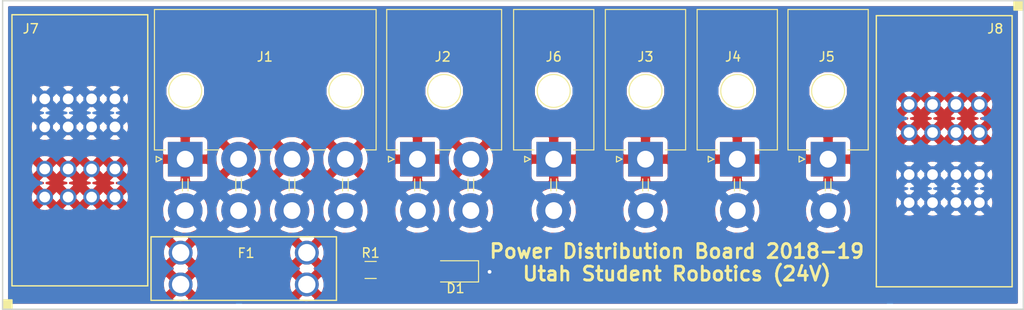
<source format=kicad_pcb>
(kicad_pcb (version 20171130) (host pcbnew "(5.0.0)")

  (general
    (thickness 1.6)
    (drawings 8)
    (tracks 5)
    (zones 0)
    (modules 11)
    (nets 5)
  )

  (page A4)
  (layers
    (0 F.Cu signal)
    (31 B.Cu signal)
    (32 B.Adhes user)
    (33 F.Adhes user)
    (34 B.Paste user)
    (35 F.Paste user)
    (36 B.SilkS user)
    (37 F.SilkS user)
    (38 B.Mask user)
    (39 F.Mask user)
    (40 Dwgs.User user)
    (41 Cmts.User user)
    (42 Eco1.User user)
    (43 Eco2.User user)
    (44 Edge.Cuts user)
    (45 Margin user)
    (46 B.CrtYd user)
    (47 F.CrtYd user)
    (48 B.Fab user)
    (49 F.Fab user)
  )

  (setup
    (last_trace_width 0.25)
    (trace_clearance 0.2)
    (zone_clearance 0.508)
    (zone_45_only no)
    (trace_min 0.2)
    (segment_width 0.2)
    (edge_width 0.15)
    (via_size 0.8)
    (via_drill 0.4)
    (via_min_size 0.4)
    (via_min_drill 0.3)
    (uvia_size 0.3)
    (uvia_drill 0.1)
    (uvias_allowed no)
    (uvia_min_size 0.2)
    (uvia_min_drill 0.1)
    (pcb_text_width 0.3)
    (pcb_text_size 1.5 1.5)
    (mod_edge_width 0.15)
    (mod_text_size 1 1)
    (mod_text_width 0.15)
    (pad_size 1.524 1.524)
    (pad_drill 0.762)
    (pad_to_mask_clearance 0.2)
    (aux_axis_origin 0 0)
    (visible_elements 7FFFFFFF)
    (pcbplotparams
      (layerselection 0x010fc_ffffffff)
      (usegerberextensions false)
      (usegerberattributes false)
      (usegerberadvancedattributes false)
      (creategerberjobfile false)
      (excludeedgelayer true)
      (linewidth 0.100000)
      (plotframeref false)
      (viasonmask false)
      (mode 1)
      (useauxorigin false)
      (hpglpennumber 1)
      (hpglpenspeed 20)
      (hpglpendiameter 15.000000)
      (psnegative false)
      (psa4output false)
      (plotreference true)
      (plotvalue true)
      (plotinvisibletext false)
      (padsonsilk false)
      (subtractmaskfromsilk false)
      (outputformat 1)
      (mirror false)
      (drillshape 1)
      (scaleselection 1)
      (outputdirectory ""))
  )

  (net 0 "")
  (net 1 "Net-(D1-Pad2)")
  (net 2 /Bat-)
  (net 3 /Pwr+)
  (net 4 /Bat+)

  (net_class Default "This is the default net class."
    (clearance 0.2)
    (trace_width 0.25)
    (via_dia 0.8)
    (via_drill 0.4)
    (uvia_dia 0.3)
    (uvia_drill 0.1)
    (add_net /Bat+)
    (add_net /Bat-)
    (add_net /Pwr+)
    (add_net "Net-(D1-Pad2)")
  )

  (module LED_SMD:LED_1206_3216Metric_Pad1.42x1.75mm_HandSolder (layer F.Cu) (tedit 5B4B45C9) (tstamp 5CA45778)
    (at 132.3625 64.95 180)
    (descr "LED SMD 1206 (3216 Metric), square (rectangular) end terminal, IPC_7351 nominal, (Body size source: http://www.tortai-tech.com/upload/download/2011102023233369053.pdf), generated with kicad-footprint-generator")
    (tags "LED handsolder")
    (path /5C9044FE)
    (attr smd)
    (fp_text reference D1 (at 0 -1.82 180) (layer F.SilkS)
      (effects (font (size 1 1) (thickness 0.15)))
    )
    (fp_text value LED (at 0 1.82 180) (layer F.Fab)
      (effects (font (size 1 1) (thickness 0.15)))
    )
    (fp_line (start 1.6 -0.8) (end -1.2 -0.8) (layer F.Fab) (width 0.1))
    (fp_line (start -1.2 -0.8) (end -1.6 -0.4) (layer F.Fab) (width 0.1))
    (fp_line (start -1.6 -0.4) (end -1.6 0.8) (layer F.Fab) (width 0.1))
    (fp_line (start -1.6 0.8) (end 1.6 0.8) (layer F.Fab) (width 0.1))
    (fp_line (start 1.6 0.8) (end 1.6 -0.8) (layer F.Fab) (width 0.1))
    (fp_line (start 1.6 -1.135) (end -2.46 -1.135) (layer F.SilkS) (width 0.12))
    (fp_line (start -2.46 -1.135) (end -2.46 1.135) (layer F.SilkS) (width 0.12))
    (fp_line (start -2.46 1.135) (end 1.6 1.135) (layer F.SilkS) (width 0.12))
    (fp_line (start -2.45 1.12) (end -2.45 -1.12) (layer F.CrtYd) (width 0.05))
    (fp_line (start -2.45 -1.12) (end 2.45 -1.12) (layer F.CrtYd) (width 0.05))
    (fp_line (start 2.45 -1.12) (end 2.45 1.12) (layer F.CrtYd) (width 0.05))
    (fp_line (start 2.45 1.12) (end -2.45 1.12) (layer F.CrtYd) (width 0.05))
    (fp_text user %R (at 0 0 180) (layer F.Fab)
      (effects (font (size 0.8 0.8) (thickness 0.12)))
    )
    (pad 1 smd roundrect (at -1.4875 0 180) (size 1.425 1.75) (layers F.Cu F.Paste F.Mask) (roundrect_rratio 0.175439)
      (net 2 /Bat-))
    (pad 2 smd roundrect (at 1.4875 0 180) (size 1.425 1.75) (layers F.Cu F.Paste F.Mask) (roundrect_rratio 0.175439)
      (net 1 "Net-(D1-Pad2)"))
    (model ${KISYS3DMOD}/LED_SMD.3dshapes/LED_1206_3216Metric.wrl
      (at (xyz 0 0 0))
      (scale (xyz 1 1 1))
      (rotate (xyz 0 0 0))
    )
  )

  (module PDB17:ATC_Fuse_Holder (layer F.Cu) (tedit 5A053E5A) (tstamp 5CA45784)
    (at 109.75 64.65 180)
    (path /5C904595)
    (fp_text reference F1 (at -0.25 1.65 180) (layer F.SilkS)
      (effects (font (size 1 1) (thickness 0.15)))
    )
    (fp_text value Fuse (at -0.1 -1.35 180) (layer F.Fab)
      (effects (font (size 1 1) (thickness 0.15)))
    )
    (fp_line (start -9.9 -3.4) (end 9.9 -3.4) (layer F.SilkS) (width 0.15))
    (fp_line (start 9.9 -3.4) (end 9.9 3.4) (layer F.SilkS) (width 0.15))
    (fp_line (start 9.9 3.4) (end -9.9 3.4) (layer F.SilkS) (width 0.15))
    (fp_line (start -9.9 3.4) (end -9.9 -3.4) (layer F.SilkS) (width 0.15))
    (pad 1 thru_hole circle (at -6.735 -1.7 180) (size 2.55 2.55) (drill 1.85) (layers *.Cu *.Mask)
      (net 3 /Pwr+))
    (pad 1 thru_hole circle (at -6.735 1.7 180) (size 2.55 2.55) (drill 1.85) (layers *.Cu *.Mask)
      (net 3 /Pwr+))
    (pad 2 thru_hole circle (at 6.735 1.7 180) (size 2.55 2.55) (drill 1.85) (layers *.Cu *.Mask)
      (net 4 /Bat+))
    (pad 2 thru_hole circle (at 6.738 -1.7 180) (size 2.55 2.55) (drill 1.85) (layers *.Cu *.Mask)
      (net 4 /Bat+))
  )

  (module Connector_Molex:Molex_Mega-Fit_76825-0008_2x04_P5.70mm_Horizontal (layer F.Cu) (tedit 5A11601C) (tstamp 5CA457B3)
    (at 103.5 52.95)
    (descr "Molex Mega-Fit Power Connectors, 76825-0008 (compatible alternatives: 172064-0008, 172064-1008), 4 Pins per row (http://www.molex.com/pdm_docs/sd/1720640002_sd.pdf), generated with kicad-footprint-generator")
    (tags "connector Molex Mega-Fit top entry")
    (path /5C90473B)
    (fp_text reference J1 (at 8.5 -10.95) (layer F.SilkS)
      (effects (font (size 1 1) (thickness 0.15)))
    )
    (fp_text value Conn_02x04_Counter_Clockwise (at 8.55 8.55) (layer F.Fab)
      (effects (font (size 1 1) (thickness 0.15)))
    )
    (fp_circle (center 0 -7.3) (end 1.76 -7.3) (layer F.SilkS) (width 0.12))
    (fp_circle (center 17.1 -7.3) (end 18.86 -7.3) (layer F.SilkS) (width 0.12))
    (fp_line (start -3.175 -15.9) (end -3.175 -1.1) (layer F.Fab) (width 0.1))
    (fp_line (start -3.175 -1.1) (end 20.275 -1.1) (layer F.Fab) (width 0.1))
    (fp_line (start 20.275 -1.1) (end 20.275 -15.9) (layer F.Fab) (width 0.1))
    (fp_line (start 20.275 -15.9) (end -3.175 -15.9) (layer F.Fab) (width 0.1))
    (fp_line (start 8.55 -16.01) (end -3.285 -16.01) (layer F.SilkS) (width 0.12))
    (fp_line (start -3.285 -16.01) (end -3.285 -0.99) (layer F.SilkS) (width 0.12))
    (fp_line (start -3.285 -0.99) (end -2.11 -0.99) (layer F.SilkS) (width 0.12))
    (fp_line (start 8.55 -16.01) (end 20.385 -16.01) (layer F.SilkS) (width 0.12))
    (fp_line (start 20.385 -16.01) (end 20.385 -0.99) (layer F.SilkS) (width 0.12))
    (fp_line (start 20.385 -0.99) (end 19.21 -0.99) (layer F.SilkS) (width 0.12))
    (fp_line (start 2.11 -0.99) (end 3.59 -0.99) (layer F.SilkS) (width 0.12))
    (fp_line (start 7.81 -0.99) (end 9.29 -0.99) (layer F.SilkS) (width 0.12))
    (fp_line (start 13.51 -0.99) (end 14.99 -0.99) (layer F.SilkS) (width 0.12))
    (fp_line (start -0.3 2.11) (end -0.3 3.39) (layer F.SilkS) (width 0.12))
    (fp_line (start 0.3 2.11) (end 0.3 3.39) (layer F.SilkS) (width 0.12))
    (fp_line (start 5.4 2.11) (end 5.4 3.39) (layer F.SilkS) (width 0.12))
    (fp_line (start 6 2.11) (end 6 3.39) (layer F.SilkS) (width 0.12))
    (fp_line (start 11.1 2.11) (end 11.1 3.39) (layer F.SilkS) (width 0.12))
    (fp_line (start 11.7 2.11) (end 11.7 3.39) (layer F.SilkS) (width 0.12))
    (fp_line (start 16.8 2.11) (end 16.8 3.39) (layer F.SilkS) (width 0.12))
    (fp_line (start 17.4 2.11) (end 17.4 3.39) (layer F.SilkS) (width 0.12))
    (fp_line (start -2.5 0) (end -3.1 0.3) (layer F.SilkS) (width 0.12))
    (fp_line (start -3.1 0.3) (end -3.1 -0.3) (layer F.SilkS) (width 0.12))
    (fp_line (start -3.1 -0.3) (end -2.5 0) (layer F.SilkS) (width 0.12))
    (fp_line (start -1 -1.1) (end 0 -2.514214) (layer F.Fab) (width 0.1))
    (fp_line (start 0 -2.514214) (end 1 -1.1) (layer F.Fab) (width 0.1))
    (fp_line (start -3.67 -16.4) (end -3.67 7.85) (layer F.CrtYd) (width 0.05))
    (fp_line (start -3.67 7.85) (end 20.78 7.85) (layer F.CrtYd) (width 0.05))
    (fp_line (start 20.78 7.85) (end 20.78 -16.4) (layer F.CrtYd) (width 0.05))
    (fp_line (start 20.78 -16.4) (end -3.67 -16.4) (layer F.CrtYd) (width 0.05))
    (fp_text user %R (at 8.5 -12.95) (layer F.Fab)
      (effects (font (size 1 1) (thickness 0.15)))
    )
    (pad 1 thru_hole rect (at 0 0) (size 3.7 3.7) (drill 1.8) (layers *.Cu *.Mask)
      (net 4 /Bat+))
    (pad 2 thru_hole circle (at 5.7 0) (size 3.7 3.7) (drill 1.8) (layers *.Cu *.Mask)
      (net 4 /Bat+))
    (pad 3 thru_hole circle (at 11.4 0) (size 3.7 3.7) (drill 1.8) (layers *.Cu *.Mask)
      (net 4 /Bat+))
    (pad 4 thru_hole circle (at 17.1 0) (size 3.7 3.7) (drill 1.8) (layers *.Cu *.Mask)
      (net 4 /Bat+))
    (pad 5 thru_hole circle (at 0 5.5) (size 3.7 3.7) (drill 1.8) (layers *.Cu *.Mask)
      (net 2 /Bat-))
    (pad 6 thru_hole circle (at 5.7 5.5) (size 3.7 3.7) (drill 1.8) (layers *.Cu *.Mask)
      (net 2 /Bat-))
    (pad 7 thru_hole circle (at 11.4 5.5) (size 3.7 3.7) (drill 1.8) (layers *.Cu *.Mask)
      (net 2 /Bat-))
    (pad 8 thru_hole circle (at 17.1 5.5) (size 3.7 3.7) (drill 1.8) (layers *.Cu *.Mask)
      (net 2 /Bat-))
    (pad "" np_thru_hole circle (at 0 -7.3) (size 3 3) (drill 3) (layers *.Cu *.Mask))
    (pad "" np_thru_hole circle (at 17.1 -7.3) (size 3 3) (drill 3) (layers *.Cu *.Mask))
    (model ${KISYS3DMOD}/Connector_Molex.3dshapes/Molex_Mega-Fit_76825-0008_2x04_P5.70mm_Horizontal.wrl
      (at (xyz 0 0 0))
      (scale (xyz 1 1 1))
      (rotate (xyz 0 0 0))
    )
  )

  (module Connector_Molex:Molex_Mega-Fit_76825-0004_2x02_P5.70mm_Horizontal (layer F.Cu) (tedit 5A11601C) (tstamp 5CA457D6)
    (at 128.3 52.95)
    (descr "Molex Mega-Fit Power Connectors, 76825-0004 (compatible alternatives: 172064-0004, 172064-1004), 2 Pins per row (http://www.molex.com/pdm_docs/sd/1720640002_sd.pdf), generated with kicad-footprint-generator")
    (tags "connector Molex Mega-Fit top entry")
    (path /5C907BAA)
    (fp_text reference J2 (at 2.7 -10.95) (layer F.SilkS)
      (effects (font (size 1 1) (thickness 0.15)))
    )
    (fp_text value Conn_02x02_Counter_Clockwise (at 2.85 8.55) (layer F.Fab)
      (effects (font (size 1 1) (thickness 0.15)))
    )
    (fp_circle (center 2.85 -7.3) (end 4.61 -7.3) (layer F.SilkS) (width 0.12))
    (fp_line (start -3.175 -15.9) (end -3.175 -1.1) (layer F.Fab) (width 0.1))
    (fp_line (start -3.175 -1.1) (end 8.875 -1.1) (layer F.Fab) (width 0.1))
    (fp_line (start 8.875 -1.1) (end 8.875 -15.9) (layer F.Fab) (width 0.1))
    (fp_line (start 8.875 -15.9) (end -3.175 -15.9) (layer F.Fab) (width 0.1))
    (fp_line (start 2.85 -16.01) (end -3.285 -16.01) (layer F.SilkS) (width 0.12))
    (fp_line (start -3.285 -16.01) (end -3.285 -0.99) (layer F.SilkS) (width 0.12))
    (fp_line (start -3.285 -0.99) (end -2.11 -0.99) (layer F.SilkS) (width 0.12))
    (fp_line (start 2.85 -16.01) (end 8.985 -16.01) (layer F.SilkS) (width 0.12))
    (fp_line (start 8.985 -16.01) (end 8.985 -0.99) (layer F.SilkS) (width 0.12))
    (fp_line (start 8.985 -0.99) (end 7.81 -0.99) (layer F.SilkS) (width 0.12))
    (fp_line (start 2.11 -0.99) (end 3.59 -0.99) (layer F.SilkS) (width 0.12))
    (fp_line (start -0.3 2.11) (end -0.3 3.39) (layer F.SilkS) (width 0.12))
    (fp_line (start 0.3 2.11) (end 0.3 3.39) (layer F.SilkS) (width 0.12))
    (fp_line (start 5.4 2.11) (end 5.4 3.39) (layer F.SilkS) (width 0.12))
    (fp_line (start 6 2.11) (end 6 3.39) (layer F.SilkS) (width 0.12))
    (fp_line (start -2.5 0) (end -3.1 0.3) (layer F.SilkS) (width 0.12))
    (fp_line (start -3.1 0.3) (end -3.1 -0.3) (layer F.SilkS) (width 0.12))
    (fp_line (start -3.1 -0.3) (end -2.5 0) (layer F.SilkS) (width 0.12))
    (fp_line (start -1 -1.1) (end 0 -2.514214) (layer F.Fab) (width 0.1))
    (fp_line (start 0 -2.514214) (end 1 -1.1) (layer F.Fab) (width 0.1))
    (fp_line (start -3.68 -16.4) (end -3.68 7.85) (layer F.CrtYd) (width 0.05))
    (fp_line (start -3.68 7.85) (end 9.38 7.85) (layer F.CrtYd) (width 0.05))
    (fp_line (start 9.38 7.85) (end 9.38 -16.4) (layer F.CrtYd) (width 0.05))
    (fp_line (start 9.38 -16.4) (end -3.68 -16.4) (layer F.CrtYd) (width 0.05))
    (fp_text user %R (at 2.7 -12.95) (layer F.Fab)
      (effects (font (size 1 1) (thickness 0.15)))
    )
    (pad 1 thru_hole rect (at 0 0) (size 3.7 3.7) (drill 1.8) (layers *.Cu *.Mask)
      (net 3 /Pwr+))
    (pad 2 thru_hole circle (at 5.7 0) (size 3.7 3.7) (drill 1.8) (layers *.Cu *.Mask)
      (net 3 /Pwr+))
    (pad 3 thru_hole circle (at 0 5.5) (size 3.7 3.7) (drill 1.8) (layers *.Cu *.Mask)
      (net 2 /Bat-))
    (pad 4 thru_hole circle (at 5.7 5.5) (size 3.7 3.7) (drill 1.8) (layers *.Cu *.Mask)
      (net 2 /Bat-))
    (pad "" np_thru_hole circle (at 2.85 -7.3) (size 3 3) (drill 3) (layers *.Cu *.Mask))
    (model ${KISYS3DMOD}/Connector_Molex.3dshapes/Molex_Mega-Fit_76825-0004_2x02_P5.70mm_Horizontal.wrl
      (at (xyz 0 0 0))
      (scale (xyz 1 1 1))
      (rotate (xyz 0 0 0))
    )
  )

  (module Connector_Molex:Molex_Mega-Fit_76825-0002_2x01_P5.70mm_Horizontal (layer F.Cu) (tedit 5A11601C) (tstamp 5CA457F4)
    (at 152.65 52.95)
    (descr "Molex Mega-Fit Power Connectors, 76825-0002 (compatible alternatives: 172064-0002, 172064-1002), 1 Pins per row (http://www.molex.com/pdm_docs/sd/1720640002_sd.pdf), generated with kicad-footprint-generator")
    (tags "connector Molex Mega-Fit top entry")
    (path /5C904103)
    (fp_text reference J3 (at 0 -10.95) (layer F.SilkS)
      (effects (font (size 1 1) (thickness 0.15)))
    )
    (fp_text value Conn_01x02 (at 0 8.55) (layer F.Fab)
      (effects (font (size 1 1) (thickness 0.15)))
    )
    (fp_circle (center 0 -7.3) (end 1.76 -7.3) (layer F.SilkS) (width 0.12))
    (fp_line (start -4.175 -15.9) (end -4.175 -1.1) (layer F.Fab) (width 0.1))
    (fp_line (start -4.175 -1.1) (end 4.175 -1.1) (layer F.Fab) (width 0.1))
    (fp_line (start 4.175 -1.1) (end 4.175 -15.9) (layer F.Fab) (width 0.1))
    (fp_line (start 4.175 -15.9) (end -4.175 -15.9) (layer F.Fab) (width 0.1))
    (fp_line (start 0 -16.01) (end -4.285 -16.01) (layer F.SilkS) (width 0.12))
    (fp_line (start -4.285 -16.01) (end -4.285 -0.99) (layer F.SilkS) (width 0.12))
    (fp_line (start -4.285 -0.99) (end -2.11 -0.99) (layer F.SilkS) (width 0.12))
    (fp_line (start 0 -16.01) (end 4.285 -16.01) (layer F.SilkS) (width 0.12))
    (fp_line (start 4.285 -16.01) (end 4.285 -0.99) (layer F.SilkS) (width 0.12))
    (fp_line (start 4.285 -0.99) (end 2.11 -0.99) (layer F.SilkS) (width 0.12))
    (fp_line (start -0.3 2.11) (end -0.3 3.39) (layer F.SilkS) (width 0.12))
    (fp_line (start 0.3 2.11) (end 0.3 3.39) (layer F.SilkS) (width 0.12))
    (fp_line (start -2.5 0) (end -3.1 0.3) (layer F.SilkS) (width 0.12))
    (fp_line (start -3.1 0.3) (end -3.1 -0.3) (layer F.SilkS) (width 0.12))
    (fp_line (start -3.1 -0.3) (end -2.5 0) (layer F.SilkS) (width 0.12))
    (fp_line (start -1 -1.1) (end 0 -2.514214) (layer F.Fab) (width 0.1))
    (fp_line (start 0 -2.514214) (end 1 -1.1) (layer F.Fab) (width 0.1))
    (fp_line (start -4.68 -16.4) (end -4.68 7.85) (layer F.CrtYd) (width 0.05))
    (fp_line (start -4.68 7.85) (end 4.68 7.85) (layer F.CrtYd) (width 0.05))
    (fp_line (start 4.68 7.85) (end 4.68 -16.4) (layer F.CrtYd) (width 0.05))
    (fp_line (start 4.68 -16.4) (end -4.68 -16.4) (layer F.CrtYd) (width 0.05))
    (fp_text user %R (at 0 -12.95) (layer F.Fab)
      (effects (font (size 1 1) (thickness 0.15)))
    )
    (pad 1 thru_hole rect (at 0 0) (size 3.7 3.7) (drill 1.8) (layers *.Cu *.Mask)
      (net 3 /Pwr+))
    (pad 2 thru_hole circle (at 0 5.5) (size 3.7 3.7) (drill 1.8) (layers *.Cu *.Mask)
      (net 2 /Bat-))
    (pad "" np_thru_hole circle (at 0 -7.3) (size 3 3) (drill 3) (layers *.Cu *.Mask))
    (model ${KISYS3DMOD}/Connector_Molex.3dshapes/Molex_Mega-Fit_76825-0002_2x01_P5.70mm_Horizontal.wrl
      (at (xyz 0 0 0))
      (scale (xyz 1 1 1))
      (rotate (xyz 0 0 0))
    )
  )

  (module Connector_Molex:Molex_Mega-Fit_76825-0002_2x01_P5.70mm_Horizontal (layer F.Cu) (tedit 5A11601C) (tstamp 5CA45812)
    (at 162.45 52.95)
    (descr "Molex Mega-Fit Power Connectors, 76825-0002 (compatible alternatives: 172064-0002, 172064-1002), 1 Pins per row (http://www.molex.com/pdm_docs/sd/1720640002_sd.pdf), generated with kicad-footprint-generator")
    (tags "connector Molex Mega-Fit top entry")
    (path /5C904260)
    (fp_text reference J4 (at -0.45 -10.95) (layer F.SilkS)
      (effects (font (size 1 1) (thickness 0.15)))
    )
    (fp_text value Conn_01x02 (at 0 8.55) (layer F.Fab)
      (effects (font (size 1 1) (thickness 0.15)))
    )
    (fp_text user %R (at -0.45 -12.95) (layer F.Fab)
      (effects (font (size 1 1) (thickness 0.15)))
    )
    (fp_line (start 4.68 -16.4) (end -4.68 -16.4) (layer F.CrtYd) (width 0.05))
    (fp_line (start 4.68 7.85) (end 4.68 -16.4) (layer F.CrtYd) (width 0.05))
    (fp_line (start -4.68 7.85) (end 4.68 7.85) (layer F.CrtYd) (width 0.05))
    (fp_line (start -4.68 -16.4) (end -4.68 7.85) (layer F.CrtYd) (width 0.05))
    (fp_line (start 0 -2.514214) (end 1 -1.1) (layer F.Fab) (width 0.1))
    (fp_line (start -1 -1.1) (end 0 -2.514214) (layer F.Fab) (width 0.1))
    (fp_line (start -3.1 -0.3) (end -2.5 0) (layer F.SilkS) (width 0.12))
    (fp_line (start -3.1 0.3) (end -3.1 -0.3) (layer F.SilkS) (width 0.12))
    (fp_line (start -2.5 0) (end -3.1 0.3) (layer F.SilkS) (width 0.12))
    (fp_line (start 0.3 2.11) (end 0.3 3.39) (layer F.SilkS) (width 0.12))
    (fp_line (start -0.3 2.11) (end -0.3 3.39) (layer F.SilkS) (width 0.12))
    (fp_line (start 4.285 -0.99) (end 2.11 -0.99) (layer F.SilkS) (width 0.12))
    (fp_line (start 4.285 -16.01) (end 4.285 -0.99) (layer F.SilkS) (width 0.12))
    (fp_line (start 0 -16.01) (end 4.285 -16.01) (layer F.SilkS) (width 0.12))
    (fp_line (start -4.285 -0.99) (end -2.11 -0.99) (layer F.SilkS) (width 0.12))
    (fp_line (start -4.285 -16.01) (end -4.285 -0.99) (layer F.SilkS) (width 0.12))
    (fp_line (start 0 -16.01) (end -4.285 -16.01) (layer F.SilkS) (width 0.12))
    (fp_line (start 4.175 -15.9) (end -4.175 -15.9) (layer F.Fab) (width 0.1))
    (fp_line (start 4.175 -1.1) (end 4.175 -15.9) (layer F.Fab) (width 0.1))
    (fp_line (start -4.175 -1.1) (end 4.175 -1.1) (layer F.Fab) (width 0.1))
    (fp_line (start -4.175 -15.9) (end -4.175 -1.1) (layer F.Fab) (width 0.1))
    (fp_circle (center 0 -7.3) (end 1.76 -7.3) (layer F.SilkS) (width 0.12))
    (pad "" np_thru_hole circle (at 0 -7.3) (size 3 3) (drill 3) (layers *.Cu *.Mask))
    (pad 2 thru_hole circle (at 0 5.5) (size 3.7 3.7) (drill 1.8) (layers *.Cu *.Mask)
      (net 2 /Bat-))
    (pad 1 thru_hole rect (at 0 0) (size 3.7 3.7) (drill 1.8) (layers *.Cu *.Mask)
      (net 3 /Pwr+))
    (model ${KISYS3DMOD}/Connector_Molex.3dshapes/Molex_Mega-Fit_76825-0002_2x01_P5.70mm_Horizontal.wrl
      (at (xyz 0 0 0))
      (scale (xyz 1 1 1))
      (rotate (xyz 0 0 0))
    )
  )

  (module Connector_Molex:Molex_Mega-Fit_76825-0002_2x01_P5.70mm_Horizontal (layer F.Cu) (tedit 5A11601C) (tstamp 5CA45830)
    (at 172.15 52.95)
    (descr "Molex Mega-Fit Power Connectors, 76825-0002 (compatible alternatives: 172064-0002, 172064-1002), 1 Pins per row (http://www.molex.com/pdm_docs/sd/1720640002_sd.pdf), generated with kicad-footprint-generator")
    (tags "connector Molex Mega-Fit top entry")
    (path /5C904294)
    (fp_text reference J5 (at -0.15 -10.95) (layer F.SilkS)
      (effects (font (size 1 1) (thickness 0.15)))
    )
    (fp_text value Conn_01x02 (at 0 8.55) (layer F.Fab)
      (effects (font (size 1 1) (thickness 0.15)))
    )
    (fp_circle (center 0 -7.3) (end 1.76 -7.3) (layer F.SilkS) (width 0.12))
    (fp_line (start -4.175 -15.9) (end -4.175 -1.1) (layer F.Fab) (width 0.1))
    (fp_line (start -4.175 -1.1) (end 4.175 -1.1) (layer F.Fab) (width 0.1))
    (fp_line (start 4.175 -1.1) (end 4.175 -15.9) (layer F.Fab) (width 0.1))
    (fp_line (start 4.175 -15.9) (end -4.175 -15.9) (layer F.Fab) (width 0.1))
    (fp_line (start 0 -16.01) (end -4.285 -16.01) (layer F.SilkS) (width 0.12))
    (fp_line (start -4.285 -16.01) (end -4.285 -0.99) (layer F.SilkS) (width 0.12))
    (fp_line (start -4.285 -0.99) (end -2.11 -0.99) (layer F.SilkS) (width 0.12))
    (fp_line (start 0 -16.01) (end 4.285 -16.01) (layer F.SilkS) (width 0.12))
    (fp_line (start 4.285 -16.01) (end 4.285 -0.99) (layer F.SilkS) (width 0.12))
    (fp_line (start 4.285 -0.99) (end 2.11 -0.99) (layer F.SilkS) (width 0.12))
    (fp_line (start -0.3 2.11) (end -0.3 3.39) (layer F.SilkS) (width 0.12))
    (fp_line (start 0.3 2.11) (end 0.3 3.39) (layer F.SilkS) (width 0.12))
    (fp_line (start -2.5 0) (end -3.1 0.3) (layer F.SilkS) (width 0.12))
    (fp_line (start -3.1 0.3) (end -3.1 -0.3) (layer F.SilkS) (width 0.12))
    (fp_line (start -3.1 -0.3) (end -2.5 0) (layer F.SilkS) (width 0.12))
    (fp_line (start -1 -1.1) (end 0 -2.514214) (layer F.Fab) (width 0.1))
    (fp_line (start 0 -2.514214) (end 1 -1.1) (layer F.Fab) (width 0.1))
    (fp_line (start -4.68 -16.4) (end -4.68 7.85) (layer F.CrtYd) (width 0.05))
    (fp_line (start -4.68 7.85) (end 4.68 7.85) (layer F.CrtYd) (width 0.05))
    (fp_line (start 4.68 7.85) (end 4.68 -16.4) (layer F.CrtYd) (width 0.05))
    (fp_line (start 4.68 -16.4) (end -4.68 -16.4) (layer F.CrtYd) (width 0.05))
    (fp_text user %R (at 0 -12.95) (layer F.Fab)
      (effects (font (size 1 1) (thickness 0.15)))
    )
    (pad 1 thru_hole rect (at 0 0) (size 3.7 3.7) (drill 1.8) (layers *.Cu *.Mask)
      (net 3 /Pwr+))
    (pad 2 thru_hole circle (at 0 5.5) (size 3.7 3.7) (drill 1.8) (layers *.Cu *.Mask)
      (net 2 /Bat-))
    (pad "" np_thru_hole circle (at 0 -7.3) (size 3 3) (drill 3) (layers *.Cu *.Mask))
    (model ${KISYS3DMOD}/Connector_Molex.3dshapes/Molex_Mega-Fit_76825-0002_2x01_P5.70mm_Horizontal.wrl
      (at (xyz 0 0 0))
      (scale (xyz 1 1 1))
      (rotate (xyz 0 0 0))
    )
  )

  (module Connector_Molex:Molex_Mega-Fit_76825-0002_2x01_P5.70mm_Horizontal (layer F.Cu) (tedit 5A11601C) (tstamp 5CA4584E)
    (at 142.85 52.95)
    (descr "Molex Mega-Fit Power Connectors, 76825-0002 (compatible alternatives: 172064-0002, 172064-1002), 1 Pins per row (http://www.molex.com/pdm_docs/sd/1720640002_sd.pdf), generated with kicad-footprint-generator")
    (tags "connector Molex Mega-Fit top entry")
    (path /5C9042F4)
    (fp_text reference J6 (at 0 -10.95) (layer F.SilkS)
      (effects (font (size 1 1) (thickness 0.15)))
    )
    (fp_text value Conn_01x02 (at 0 8.55) (layer F.Fab)
      (effects (font (size 1 1) (thickness 0.15)))
    )
    (fp_text user %R (at 0 -12.95) (layer F.Fab)
      (effects (font (size 1 1) (thickness 0.15)))
    )
    (fp_line (start 4.68 -16.4) (end -4.68 -16.4) (layer F.CrtYd) (width 0.05))
    (fp_line (start 4.68 7.85) (end 4.68 -16.4) (layer F.CrtYd) (width 0.05))
    (fp_line (start -4.68 7.85) (end 4.68 7.85) (layer F.CrtYd) (width 0.05))
    (fp_line (start -4.68 -16.4) (end -4.68 7.85) (layer F.CrtYd) (width 0.05))
    (fp_line (start 0 -2.514214) (end 1 -1.1) (layer F.Fab) (width 0.1))
    (fp_line (start -1 -1.1) (end 0 -2.514214) (layer F.Fab) (width 0.1))
    (fp_line (start -3.1 -0.3) (end -2.5 0) (layer F.SilkS) (width 0.12))
    (fp_line (start -3.1 0.3) (end -3.1 -0.3) (layer F.SilkS) (width 0.12))
    (fp_line (start -2.5 0) (end -3.1 0.3) (layer F.SilkS) (width 0.12))
    (fp_line (start 0.3 2.11) (end 0.3 3.39) (layer F.SilkS) (width 0.12))
    (fp_line (start -0.3 2.11) (end -0.3 3.39) (layer F.SilkS) (width 0.12))
    (fp_line (start 4.285 -0.99) (end 2.11 -0.99) (layer F.SilkS) (width 0.12))
    (fp_line (start 4.285 -16.01) (end 4.285 -0.99) (layer F.SilkS) (width 0.12))
    (fp_line (start 0 -16.01) (end 4.285 -16.01) (layer F.SilkS) (width 0.12))
    (fp_line (start -4.285 -0.99) (end -2.11 -0.99) (layer F.SilkS) (width 0.12))
    (fp_line (start -4.285 -16.01) (end -4.285 -0.99) (layer F.SilkS) (width 0.12))
    (fp_line (start 0 -16.01) (end -4.285 -16.01) (layer F.SilkS) (width 0.12))
    (fp_line (start 4.175 -15.9) (end -4.175 -15.9) (layer F.Fab) (width 0.1))
    (fp_line (start 4.175 -1.1) (end 4.175 -15.9) (layer F.Fab) (width 0.1))
    (fp_line (start -4.175 -1.1) (end 4.175 -1.1) (layer F.Fab) (width 0.1))
    (fp_line (start -4.175 -15.9) (end -4.175 -1.1) (layer F.Fab) (width 0.1))
    (fp_circle (center 0 -7.3) (end 1.76 -7.3) (layer F.SilkS) (width 0.12))
    (pad "" np_thru_hole circle (at 0 -7.3) (size 3 3) (drill 3) (layers *.Cu *.Mask))
    (pad 2 thru_hole circle (at 0 5.5) (size 3.7 3.7) (drill 1.8) (layers *.Cu *.Mask)
      (net 2 /Bat-))
    (pad 1 thru_hole rect (at 0 0) (size 3.7 3.7) (drill 1.8) (layers *.Cu *.Mask)
      (net 3 /Pwr+))
    (model ${KISYS3DMOD}/Connector_Molex.3dshapes/Molex_Mega-Fit_76825-0002_2x01_P5.70mm_Horizontal.wrl
      (at (xyz 0 0 0))
      (scale (xyz 1 1 1))
      (rotate (xyz 0 0 0))
    )
  )

  (module PDB17:Molex_EXTreme_Ten60Power (layer F.Cu) (tedit 5C905092) (tstamp 5CA4586A)
    (at 96 54 90)
    (path /5C90485C)
    (fp_text reference J7 (at 15 -9 180) (layer F.SilkS)
      (effects (font (size 1 1) (thickness 0.15)))
    )
    (fp_text value Conn_01x02 (at 0 -11.43 90) (layer F.Fab)
      (effects (font (size 1 1) (thickness 0.15)))
    )
    (fp_line (start 16.5 -11) (end -12.5 -11) (layer F.SilkS) (width 0.15))
    (fp_line (start 16.5 3.5) (end 16.5 -11) (layer F.SilkS) (width 0.15))
    (fp_line (start -12.5 3.5) (end 16.5 3.5) (layer F.SilkS) (width 0.15))
    (fp_line (start -12.5 -11) (end -12.5 3.5) (layer F.SilkS) (width 0.15))
    (fp_line (start 16.5 -11) (end -12.5 -11) (layer F.CrtYd) (width 0.15))
    (fp_line (start 16.5 3.5) (end 16.5 -11) (layer F.CrtYd) (width 0.15))
    (fp_line (start -12.5 3.5) (end 16.5 3.5) (layer F.CrtYd) (width 0.15))
    (fp_line (start -12.5 -11) (end -12.5 3.5) (layer F.CrtYd) (width 0.15))
    (pad 2 thru_hole circle (at 7.5 0 90) (size 1.75 1.75) (drill 1.15) (layers *.Cu *.Mask)
      (net 2 /Bat-))
    (pad 2 thru_hole circle (at 7.5 -2.5 90) (size 1.75 1.75) (drill 1.15) (layers *.Cu *.Mask)
      (net 2 /Bat-))
    (pad 2 thru_hole circle (at 7.5 -5 90) (size 1.75 1.75) (drill 1.15) (layers *.Cu *.Mask)
      (net 2 /Bat-))
    (pad 2 thru_hole circle (at 7.5 -7.5 90) (size 1.75 1.75) (drill 1.15) (layers *.Cu *.Mask)
      (net 2 /Bat-))
    (pad 2 thru_hole circle (at 4.5 0 90) (size 1.75 1.75) (drill 1.15) (layers *.Cu *.Mask)
      (net 2 /Bat-))
    (pad 2 thru_hole circle (at 4.5 -2.5 90) (size 1.75 1.75) (drill 1.15) (layers *.Cu *.Mask)
      (net 2 /Bat-))
    (pad 2 thru_hole circle (at 4.5 -5 90) (size 1.75 1.75) (drill 1.15) (layers *.Cu *.Mask)
      (net 2 /Bat-))
    (pad 1 thru_hole circle (at 0 0 90) (size 1.75 1.75) (drill 1.15) (layers *.Cu *.Mask)
      (net 4 /Bat+))
    (pad 1 thru_hole circle (at 0 -2.5 90) (size 1.75 1.75) (drill 1.15) (layers *.Cu *.Mask)
      (net 4 /Bat+))
    (pad 1 thru_hole circle (at 0 -5 90) (size 1.75 1.75) (drill 1.15) (layers *.Cu *.Mask)
      (net 4 /Bat+))
    (pad 1 thru_hole circle (at 0 -7.5 90) (size 1.75 1.75) (drill 1.15) (layers *.Cu *.Mask)
      (net 4 /Bat+))
    (pad 1 thru_hole circle (at -3 0 90) (size 1.75 1.75) (drill 1.15) (layers *.Cu *.Mask)
      (net 4 /Bat+))
    (pad 1 thru_hole circle (at -3 -2.5 90) (size 1.75 1.75) (drill 1.15) (layers *.Cu *.Mask)
      (net 4 /Bat+))
    (pad 1 thru_hole circle (at -3 -5 90) (size 1.75 1.75) (drill 1.15) (layers *.Cu *.Mask)
      (net 4 /Bat+))
    (pad 2 thru_hole circle (at 4.5 -7.5 90) (size 1.75 1.75) (drill 1.15) (layers *.Cu *.Mask)
      (net 2 /Bat-))
    (pad 1 thru_hole circle (at -3 -7.5 90) (size 1.75 1.75) (drill 1.15) (layers *.Cu *.Mask)
      (net 4 /Bat+))
  )

  (module PDB17:Molex_EXTreme_Ten60Power (layer F.Cu) (tedit 5C905092) (tstamp 5CA45886)
    (at 180.8 50.1 270)
    (path /5C90479C)
    (fp_text reference J8 (at -11.1 -9.2) (layer F.SilkS)
      (effects (font (size 1 1) (thickness 0.15)))
    )
    (fp_text value Conn_01x02 (at 0 -11.43 270) (layer F.Fab)
      (effects (font (size 1 1) (thickness 0.15)))
    )
    (fp_line (start -12.5 -11) (end -12.5 3.5) (layer F.CrtYd) (width 0.15))
    (fp_line (start -12.5 3.5) (end 16.5 3.5) (layer F.CrtYd) (width 0.15))
    (fp_line (start 16.5 3.5) (end 16.5 -11) (layer F.CrtYd) (width 0.15))
    (fp_line (start 16.5 -11) (end -12.5 -11) (layer F.CrtYd) (width 0.15))
    (fp_line (start -12.5 -11) (end -12.5 3.5) (layer F.SilkS) (width 0.15))
    (fp_line (start -12.5 3.5) (end 16.5 3.5) (layer F.SilkS) (width 0.15))
    (fp_line (start 16.5 3.5) (end 16.5 -11) (layer F.SilkS) (width 0.15))
    (fp_line (start 16.5 -11) (end -12.5 -11) (layer F.SilkS) (width 0.15))
    (pad 1 thru_hole circle (at -3 -7.5 270) (size 1.75 1.75) (drill 1.15) (layers *.Cu *.Mask)
      (net 4 /Bat+))
    (pad 2 thru_hole circle (at 4.5 -7.5 270) (size 1.75 1.75) (drill 1.15) (layers *.Cu *.Mask)
      (net 2 /Bat-))
    (pad 1 thru_hole circle (at -3 -5 270) (size 1.75 1.75) (drill 1.15) (layers *.Cu *.Mask)
      (net 4 /Bat+))
    (pad 1 thru_hole circle (at -3 -2.5 270) (size 1.75 1.75) (drill 1.15) (layers *.Cu *.Mask)
      (net 4 /Bat+))
    (pad 1 thru_hole circle (at -3 0 270) (size 1.75 1.75) (drill 1.15) (layers *.Cu *.Mask)
      (net 4 /Bat+))
    (pad 1 thru_hole circle (at 0 -7.5 270) (size 1.75 1.75) (drill 1.15) (layers *.Cu *.Mask)
      (net 4 /Bat+))
    (pad 1 thru_hole circle (at 0 -5 270) (size 1.75 1.75) (drill 1.15) (layers *.Cu *.Mask)
      (net 4 /Bat+))
    (pad 1 thru_hole circle (at 0 -2.5 270) (size 1.75 1.75) (drill 1.15) (layers *.Cu *.Mask)
      (net 4 /Bat+))
    (pad 1 thru_hole circle (at 0 0 270) (size 1.75 1.75) (drill 1.15) (layers *.Cu *.Mask)
      (net 4 /Bat+))
    (pad 2 thru_hole circle (at 4.5 -5 270) (size 1.75 1.75) (drill 1.15) (layers *.Cu *.Mask)
      (net 2 /Bat-))
    (pad 2 thru_hole circle (at 4.5 -2.5 270) (size 1.75 1.75) (drill 1.15) (layers *.Cu *.Mask)
      (net 2 /Bat-))
    (pad 2 thru_hole circle (at 4.5 0 270) (size 1.75 1.75) (drill 1.15) (layers *.Cu *.Mask)
      (net 2 /Bat-))
    (pad 2 thru_hole circle (at 7.5 -7.5 270) (size 1.75 1.75) (drill 1.15) (layers *.Cu *.Mask)
      (net 2 /Bat-))
    (pad 2 thru_hole circle (at 7.5 -5 270) (size 1.75 1.75) (drill 1.15) (layers *.Cu *.Mask)
      (net 2 /Bat-))
    (pad 2 thru_hole circle (at 7.5 -2.5 270) (size 1.75 1.75) (drill 1.15) (layers *.Cu *.Mask)
      (net 2 /Bat-))
    (pad 2 thru_hole circle (at 7.5 0 270) (size 1.75 1.75) (drill 1.15) (layers *.Cu *.Mask)
      (net 2 /Bat-))
  )

  (module Resistor_SMD:R_1206_3216Metric_Pad1.42x1.75mm_HandSolder (layer F.Cu) (tedit 5B301BBD) (tstamp 5CA45897)
    (at 123.3 64.8)
    (descr "Resistor SMD 1206 (3216 Metric), square (rectangular) end terminal, IPC_7351 nominal with elongated pad for handsoldering. (Body size source: http://www.tortai-tech.com/upload/download/2011102023233369053.pdf), generated with kicad-footprint-generator")
    (tags "resistor handsolder")
    (path /5C904665)
    (attr smd)
    (fp_text reference R1 (at 0 -1.82) (layer F.SilkS)
      (effects (font (size 1 1) (thickness 0.15)))
    )
    (fp_text value R_US (at 0 1.82) (layer F.Fab)
      (effects (font (size 1 1) (thickness 0.15)))
    )
    (fp_line (start -1.6 0.8) (end -1.6 -0.8) (layer F.Fab) (width 0.1))
    (fp_line (start -1.6 -0.8) (end 1.6 -0.8) (layer F.Fab) (width 0.1))
    (fp_line (start 1.6 -0.8) (end 1.6 0.8) (layer F.Fab) (width 0.1))
    (fp_line (start 1.6 0.8) (end -1.6 0.8) (layer F.Fab) (width 0.1))
    (fp_line (start -0.602064 -0.91) (end 0.602064 -0.91) (layer F.SilkS) (width 0.12))
    (fp_line (start -0.602064 0.91) (end 0.602064 0.91) (layer F.SilkS) (width 0.12))
    (fp_line (start -2.45 1.12) (end -2.45 -1.12) (layer F.CrtYd) (width 0.05))
    (fp_line (start -2.45 -1.12) (end 2.45 -1.12) (layer F.CrtYd) (width 0.05))
    (fp_line (start 2.45 -1.12) (end 2.45 1.12) (layer F.CrtYd) (width 0.05))
    (fp_line (start 2.45 1.12) (end -2.45 1.12) (layer F.CrtYd) (width 0.05))
    (fp_text user %R (at 0 0) (layer F.Fab)
      (effects (font (size 0.8 0.8) (thickness 0.12)))
    )
    (pad 1 smd roundrect (at -1.4875 0) (size 1.425 1.75) (layers F.Cu F.Paste F.Mask) (roundrect_rratio 0.175439)
      (net 3 /Pwr+))
    (pad 2 smd roundrect (at 1.4875 0) (size 1.425 1.75) (layers F.Cu F.Paste F.Mask) (roundrect_rratio 0.175439)
      (net 1 "Net-(D1-Pad2)"))
    (model ${KISYS3DMOD}/Resistor_SMD.3dshapes/R_1206_3216Metric.wrl
      (at (xyz 0 0 0))
      (scale (xyz 1 1 1))
      (rotate (xyz 0 0 0))
    )
  )

  (gr_poly (pts (xy 84 69) (xy 84 68) (xy 85 68) (xy 85 69)) (layer F.SilkS) (width 0.15))
  (gr_text "Power Distribution Board 2018-19\nUtah Student Robotics (24V)" (at 156 64) (layer F.SilkS)
    (effects (font (size 1.5 1.5) (thickness 0.3)))
  )
  (gr_poly (pts (xy 192 37) (xy 192 36) (xy 193 36) (xy 193 37)) (layer F.SilkS) (width 0.15))
  (gr_line (start 84 69) (end 84 36) (layer Edge.Cuts) (width 0.15))
  (gr_line (start 193 69) (end 84 69) (layer Edge.Cuts) (width 0.15))
  (gr_line (start 193 67) (end 193 69) (layer Edge.Cuts) (width 0.15))
  (gr_line (start 193 36) (end 193 67) (layer Edge.Cuts) (width 0.15))
  (gr_line (start 84 36) (end 193 36) (layer Edge.Cuts) (width 0.15))

  (via (at 136 65) (size 0.8) (drill 0.4) (layers F.Cu B.Cu) (net 2))
  (segment (start 133.85 64.95) (end 135.95 64.95) (width 0.25) (layer F.Cu) (net 2) (status 10))
  (segment (start 135.95 64.95) (end 136 65) (width 0.25) (layer F.Cu) (net 2))
  (segment (start 130.725 64.8) (end 130.875 64.95) (width 0.25) (layer F.Cu) (net 1) (status 30))
  (segment (start 124.7875 64.8) (end 130.725 64.8) (width 0.25) (layer F.Cu) (net 1) (status 30))

  (zone (net 2) (net_name /Bat-) (layer B.Cu) (tstamp 0) (hatch edge 0.508)
    (connect_pads (clearance 0.508))
    (min_thickness 0.254)
    (fill yes (arc_segments 16) (thermal_gap 0.508) (thermal_bridge_width 1))
    (polygon
      (pts
        (xy 84 36) (xy 193 36) (xy 193 69) (xy 84 69)
      )
    )
    (filled_polygon
      (pts
        (xy 192.290001 66.93007) (xy 192.29 66.930075) (xy 192.290001 68.29) (xy 84.71 68.29) (xy 84.71 65.970077)
        (xy 101.102 65.970077) (xy 101.102 66.729923) (xy 101.39278 67.431928) (xy 101.930072 67.96922) (xy 102.632077 68.26)
        (xy 103.391923 68.26) (xy 104.093928 67.96922) (xy 104.63122 67.431928) (xy 104.922 66.729923) (xy 104.922 65.970077)
        (xy 104.63122 65.268072) (xy 104.093928 64.73078) (xy 103.900408 64.650621) (xy 104.096928 64.56922) (xy 104.63422 64.031928)
        (xy 104.925 63.329923) (xy 104.925 62.570077) (xy 114.575 62.570077) (xy 114.575 63.329923) (xy 114.86578 64.031928)
        (xy 115.403072 64.56922) (xy 115.598092 64.65) (xy 115.403072 64.73078) (xy 114.86578 65.268072) (xy 114.575 65.970077)
        (xy 114.575 66.729923) (xy 114.86578 67.431928) (xy 115.403072 67.96922) (xy 116.105077 68.26) (xy 116.864923 68.26)
        (xy 117.566928 67.96922) (xy 118.10422 67.431928) (xy 118.395 66.729923) (xy 118.395 65.970077) (xy 118.10422 65.268072)
        (xy 117.566928 64.73078) (xy 117.371908 64.65) (xy 117.566928 64.56922) (xy 118.10422 64.031928) (xy 118.395 63.329923)
        (xy 118.395 62.570077) (xy 118.10422 61.868072) (xy 117.566928 61.33078) (xy 116.864923 61.04) (xy 116.105077 61.04)
        (xy 115.403072 61.33078) (xy 114.86578 61.868072) (xy 114.575 62.570077) (xy 104.925 62.570077) (xy 104.63422 61.868072)
        (xy 104.096928 61.33078) (xy 103.394923 61.04) (xy 102.635077 61.04) (xy 101.933072 61.33078) (xy 101.39578 61.868072)
        (xy 101.105 62.570077) (xy 101.105 63.329923) (xy 101.39578 64.031928) (xy 101.933072 64.56922) (xy 102.126592 64.649379)
        (xy 101.930072 64.73078) (xy 101.39278 65.268072) (xy 101.102 65.970077) (xy 84.71 65.970077) (xy 84.71 60.372242)
        (xy 102.10526 60.372242) (xy 102.328728 60.696704) (xy 103.277662 60.97391) (xy 104.260445 60.866875) (xy 104.671272 60.696704)
        (xy 104.89474 60.372242) (xy 107.80526 60.372242) (xy 108.028728 60.696704) (xy 108.977662 60.97391) (xy 109.960445 60.866875)
        (xy 110.371272 60.696704) (xy 110.59474 60.372242) (xy 113.50526 60.372242) (xy 113.728728 60.696704) (xy 114.677662 60.97391)
        (xy 115.660445 60.866875) (xy 116.071272 60.696704) (xy 116.29474 60.372242) (xy 119.20526 60.372242) (xy 119.428728 60.696704)
        (xy 120.377662 60.97391) (xy 121.360445 60.866875) (xy 121.771272 60.696704) (xy 121.99474 60.372242) (xy 126.90526 60.372242)
        (xy 127.128728 60.696704) (xy 128.077662 60.97391) (xy 129.060445 60.866875) (xy 129.471272 60.696704) (xy 129.69474 60.372242)
        (xy 132.60526 60.372242) (xy 132.828728 60.696704) (xy 133.777662 60.97391) (xy 134.760445 60.866875) (xy 135.171272 60.696704)
        (xy 135.39474 60.372242) (xy 141.45526 60.372242) (xy 141.678728 60.696704) (xy 142.627662 60.97391) (xy 143.610445 60.866875)
        (xy 144.021272 60.696704) (xy 144.24474 60.372242) (xy 151.25526 60.372242) (xy 151.478728 60.696704) (xy 152.427662 60.97391)
        (xy 153.410445 60.866875) (xy 153.821272 60.696704) (xy 154.04474 60.372242) (xy 161.05526 60.372242) (xy 161.278728 60.696704)
        (xy 162.227662 60.97391) (xy 163.210445 60.866875) (xy 163.621272 60.696704) (xy 163.84474 60.372242) (xy 170.75526 60.372242)
        (xy 170.978728 60.696704) (xy 171.927662 60.97391) (xy 172.910445 60.866875) (xy 173.321272 60.696704) (xy 173.54474 60.372242)
        (xy 172.15 58.977502) (xy 170.75526 60.372242) (xy 163.84474 60.372242) (xy 162.45 58.977502) (xy 161.05526 60.372242)
        (xy 154.04474 60.372242) (xy 152.65 58.977502) (xy 151.25526 60.372242) (xy 144.24474 60.372242) (xy 142.85 58.977502)
        (xy 141.45526 60.372242) (xy 135.39474 60.372242) (xy 134 58.977502) (xy 132.60526 60.372242) (xy 129.69474 60.372242)
        (xy 128.3 58.977502) (xy 126.90526 60.372242) (xy 121.99474 60.372242) (xy 120.6 58.977502) (xy 119.20526 60.372242)
        (xy 116.29474 60.372242) (xy 114.9 58.977502) (xy 113.50526 60.372242) (xy 110.59474 60.372242) (xy 109.2 58.977502)
        (xy 107.80526 60.372242) (xy 104.89474 60.372242) (xy 103.5 58.977502) (xy 102.10526 60.372242) (xy 84.71 60.372242)
        (xy 84.71 53.699642) (xy 86.99 53.699642) (xy 86.99 54.300358) (xy 87.219884 54.855346) (xy 87.644654 55.280116)
        (xy 88.1755 55.5) (xy 87.644654 55.719884) (xy 87.219884 56.144654) (xy 86.99 56.699642) (xy 86.99 57.300358)
        (xy 87.219884 57.855346) (xy 87.644654 58.280116) (xy 88.199642 58.51) (xy 88.800358 58.51) (xy 89.355346 58.280116)
        (xy 89.75 57.885462) (xy 90.144654 58.280116) (xy 90.699642 58.51) (xy 91.300358 58.51) (xy 91.855346 58.280116)
        (xy 92.25 57.885462) (xy 92.644654 58.280116) (xy 93.199642 58.51) (xy 93.800358 58.51) (xy 94.355346 58.280116)
        (xy 94.75 57.885462) (xy 95.144654 58.280116) (xy 95.699642 58.51) (xy 96.300358 58.51) (xy 96.855346 58.280116)
        (xy 96.9078 58.227662) (xy 100.97609 58.227662) (xy 101.083125 59.210445) (xy 101.253296 59.621272) (xy 101.577758 59.84474)
        (xy 102.972498 58.45) (xy 104.027502 58.45) (xy 105.422242 59.84474) (xy 105.746704 59.621272) (xy 106.02391 58.672338)
        (xy 105.975481 58.227662) (xy 106.67609 58.227662) (xy 106.783125 59.210445) (xy 106.953296 59.621272) (xy 107.277758 59.84474)
        (xy 108.672498 58.45) (xy 109.727502 58.45) (xy 111.122242 59.84474) (xy 111.446704 59.621272) (xy 111.72391 58.672338)
        (xy 111.675481 58.227662) (xy 112.37609 58.227662) (xy 112.483125 59.210445) (xy 112.653296 59.621272) (xy 112.977758 59.84474)
        (xy 114.372498 58.45) (xy 115.427502 58.45) (xy 116.822242 59.84474) (xy 117.146704 59.621272) (xy 117.42391 58.672338)
        (xy 117.375481 58.227662) (xy 118.07609 58.227662) (xy 118.183125 59.210445) (xy 118.353296 59.621272) (xy 118.677758 59.84474)
        (xy 120.072498 58.45) (xy 121.127502 58.45) (xy 122.522242 59.84474) (xy 122.846704 59.621272) (xy 123.12391 58.672338)
        (xy 123.075481 58.227662) (xy 125.77609 58.227662) (xy 125.883125 59.210445) (xy 126.053296 59.621272) (xy 126.377758 59.84474)
        (xy 127.772498 58.45) (xy 128.827502 58.45) (xy 130.222242 59.84474) (xy 130.546704 59.621272) (xy 130.82391 58.672338)
        (xy 130.775481 58.227662) (xy 131.47609 58.227662) (xy 131.583125 59.210445) (xy 131.753296 59.621272) (xy 132.077758 59.84474)
        (xy 133.472498 58.45) (xy 134.527502 58.45) (xy 135.922242 59.84474) (xy 136.246704 59.621272) (xy 136.52391 58.672338)
        (xy 136.475481 58.227662) (xy 140.32609 58.227662) (xy 140.433125 59.210445) (xy 140.603296 59.621272) (xy 140.927758 59.84474)
        (xy 142.322498 58.45) (xy 143.377502 58.45) (xy 144.772242 59.84474) (xy 145.096704 59.621272) (xy 145.37391 58.672338)
        (xy 145.325481 58.227662) (xy 150.12609 58.227662) (xy 150.233125 59.210445) (xy 150.403296 59.621272) (xy 150.727758 59.84474)
        (xy 152.122498 58.45) (xy 153.177502 58.45) (xy 154.572242 59.84474) (xy 154.896704 59.621272) (xy 155.17391 58.672338)
        (xy 155.125481 58.227662) (xy 159.92609 58.227662) (xy 160.033125 59.210445) (xy 160.203296 59.621272) (xy 160.527758 59.84474)
        (xy 161.922498 58.45) (xy 162.977502 58.45) (xy 164.372242 59.84474) (xy 164.696704 59.621272) (xy 164.97391 58.672338)
        (xy 164.925481 58.227662) (xy 169.62609 58.227662) (xy 169.733125 59.210445) (xy 169.903296 59.621272) (xy 170.227758 59.84474)
        (xy 171.622498 58.45) (xy 172.677502 58.45) (xy 174.072242 59.84474) (xy 174.396704 59.621272) (xy 174.635492 58.803849)
        (xy 180.123652 58.803849) (xy 180.223779 59.027685) (xy 180.813992 59.13952) (xy 181.376221 59.027685) (xy 181.476348 58.803849)
        (xy 182.623652 58.803849) (xy 182.723779 59.027685) (xy 183.313992 59.13952) (xy 183.876221 59.027685) (xy 183.976348 58.803849)
        (xy 185.123652 58.803849) (xy 185.223779 59.027685) (xy 185.813992 59.13952) (xy 186.376221 59.027685) (xy 186.476348 58.803849)
        (xy 187.623652 58.803849) (xy 187.723779 59.027685) (xy 188.313992 59.13952) (xy 188.876221 59.027685) (xy 188.976348 58.803849)
        (xy 188.3 58.127502) (xy 187.623652 58.803849) (xy 186.476348 58.803849) (xy 185.8 58.127502) (xy 185.123652 58.803849)
        (xy 183.976348 58.803849) (xy 183.3 58.127502) (xy 182.623652 58.803849) (xy 181.476348 58.803849) (xy 180.8 58.127502)
        (xy 180.123652 58.803849) (xy 174.635492 58.803849) (xy 174.67391 58.672338) (xy 174.566875 57.689555) (xy 174.535576 57.613992)
        (xy 179.26048 57.613992) (xy 179.372315 58.176221) (xy 179.596151 58.276348) (xy 180.272498 57.6) (xy 181.327502 57.6)
        (xy 181.864516 58.137015) (xy 181.872315 58.176221) (xy 181.929142 58.201641) (xy 182.003849 58.276348) (xy 182.05 58.255704)
        (xy 182.096151 58.276348) (xy 182.170858 58.201641) (xy 182.227685 58.176221) (xy 182.235027 58.137471) (xy 182.772498 57.6)
        (xy 183.827502 57.6) (xy 184.364516 58.137015) (xy 184.372315 58.176221) (xy 184.429142 58.201641) (xy 184.503849 58.276348)
        (xy 184.55 58.255704) (xy 184.596151 58.276348) (xy 184.670858 58.201641) (xy 184.727685 58.176221) (xy 184.735027 58.137471)
        (xy 185.272498 57.6) (xy 186.327502 57.6) (xy 186.864516 58.137015) (xy 186.872315 58.176221) (xy 186.929142 58.201641)
        (xy 187.003849 58.276348) (xy 187.05 58.255704) (xy 187.096151 58.276348) (xy 187.170858 58.201641) (xy 187.227685 58.176221)
        (xy 187.235027 58.137471) (xy 187.772498 57.6) (xy 188.827502 57.6) (xy 189.503849 58.276348) (xy 189.727685 58.176221)
        (xy 189.83952 57.586008) (xy 189.727685 57.023779) (xy 189.503849 56.923652) (xy 188.827502 57.6) (xy 187.772498 57.6)
        (xy 187.235484 57.062985) (xy 187.227685 57.023779) (xy 187.170858 56.998359) (xy 187.096151 56.923652) (xy 187.05 56.944296)
        (xy 187.003849 56.923652) (xy 186.929142 56.998359) (xy 186.872315 57.023779) (xy 186.864973 57.062529) (xy 186.327502 57.6)
        (xy 185.272498 57.6) (xy 184.735484 57.062985) (xy 184.727685 57.023779) (xy 184.670858 56.998359) (xy 184.596151 56.923652)
        (xy 184.55 56.944296) (xy 184.503849 56.923652) (xy 184.429142 56.998359) (xy 184.372315 57.023779) (xy 184.364973 57.062529)
        (xy 183.827502 57.6) (xy 182.772498 57.6) (xy 182.235484 57.062985) (xy 182.227685 57.023779) (xy 182.170858 56.998359)
        (xy 182.096151 56.923652) (xy 182.05 56.944296) (xy 182.003849 56.923652) (xy 181.929142 56.998359) (xy 181.872315 57.023779)
        (xy 181.864973 57.062529) (xy 181.327502 57.6) (xy 180.272498 57.6) (xy 179.596151 56.923652) (xy 179.372315 57.023779)
        (xy 179.26048 57.613992) (xy 174.535576 57.613992) (xy 174.396704 57.278728) (xy 174.072242 57.05526) (xy 172.677502 58.45)
        (xy 171.622498 58.45) (xy 170.227758 57.05526) (xy 169.903296 57.278728) (xy 169.62609 58.227662) (xy 164.925481 58.227662)
        (xy 164.866875 57.689555) (xy 164.696704 57.278728) (xy 164.372242 57.05526) (xy 162.977502 58.45) (xy 161.922498 58.45)
        (xy 160.527758 57.05526) (xy 160.203296 57.278728) (xy 159.92609 58.227662) (xy 155.125481 58.227662) (xy 155.066875 57.689555)
        (xy 154.896704 57.278728) (xy 154.572242 57.05526) (xy 153.177502 58.45) (xy 152.122498 58.45) (xy 150.727758 57.05526)
        (xy 150.403296 57.278728) (xy 150.12609 58.227662) (xy 145.325481 58.227662) (xy 145.266875 57.689555) (xy 145.096704 57.278728)
        (xy 144.772242 57.05526) (xy 143.377502 58.45) (xy 142.322498 58.45) (xy 140.927758 57.05526) (xy 140.603296 57.278728)
        (xy 140.32609 58.227662) (xy 136.475481 58.227662) (xy 136.416875 57.689555) (xy 136.246704 57.278728) (xy 135.922242 57.05526)
        (xy 134.527502 58.45) (xy 133.472498 58.45) (xy 132.077758 57.05526) (xy 131.753296 57.278728) (xy 131.47609 58.227662)
        (xy 130.775481 58.227662) (xy 130.716875 57.689555) (xy 130.546704 57.278728) (xy 130.222242 57.05526) (xy 128.827502 58.45)
        (xy 127.772498 58.45) (xy 126.377758 57.05526) (xy 126.053296 57.278728) (xy 125.77609 58.227662) (xy 123.075481 58.227662)
        (xy 123.016875 57.689555) (xy 122.846704 57.278728) (xy 122.522242 57.05526) (xy 121.127502 58.45) (xy 120.072498 58.45)
        (xy 118.677758 57.05526) (xy 118.353296 57.278728) (xy 118.07609 58.227662) (xy 117.375481 58.227662) (xy 117.316875 57.689555)
        (xy 117.146704 57.278728) (xy 116.822242 57.05526) (xy 115.427502 58.45) (xy 114.372498 58.45) (xy 112.977758 57.05526)
        (xy 112.653296 57.278728) (xy 112.37609 58.227662) (xy 111.675481 58.227662) (xy 111.616875 57.689555) (xy 111.446704 57.278728)
        (xy 111.122242 57.05526) (xy 109.727502 58.45) (xy 108.672498 58.45) (xy 107.277758 57.05526) (xy 106.953296 57.278728)
        (xy 106.67609 58.227662) (xy 105.975481 58.227662) (xy 105.916875 57.689555) (xy 105.746704 57.278728) (xy 105.422242 57.05526)
        (xy 104.027502 58.45) (xy 102.972498 58.45) (xy 101.577758 57.05526) (xy 101.253296 57.278728) (xy 100.97609 58.227662)
        (xy 96.9078 58.227662) (xy 97.280116 57.855346) (xy 97.51 57.300358) (xy 97.51 56.699642) (xy 97.438804 56.527758)
        (xy 102.10526 56.527758) (xy 103.5 57.922498) (xy 104.89474 56.527758) (xy 107.80526 56.527758) (xy 109.2 57.922498)
        (xy 110.59474 56.527758) (xy 113.50526 56.527758) (xy 114.9 57.922498) (xy 116.29474 56.527758) (xy 119.20526 56.527758)
        (xy 120.6 57.922498) (xy 121.99474 56.527758) (xy 126.90526 56.527758) (xy 128.3 57.922498) (xy 129.69474 56.527758)
        (xy 132.60526 56.527758) (xy 134 57.922498) (xy 135.39474 56.527758) (xy 141.45526 56.527758) (xy 142.85 57.922498)
        (xy 144.24474 56.527758) (xy 151.25526 56.527758) (xy 152.65 57.922498) (xy 154.04474 56.527758) (xy 161.05526 56.527758)
        (xy 162.45 57.922498) (xy 163.84474 56.527758) (xy 170.75526 56.527758) (xy 172.15 57.922498) (xy 173.54474 56.527758)
        (xy 173.321272 56.203296) (xy 172.372338 55.92609) (xy 171.389555 56.033125) (xy 170.978728 56.203296) (xy 170.75526 56.527758)
        (xy 163.84474 56.527758) (xy 163.621272 56.203296) (xy 162.672338 55.92609) (xy 161.689555 56.033125) (xy 161.278728 56.203296)
        (xy 161.05526 56.527758) (xy 154.04474 56.527758) (xy 153.821272 56.203296) (xy 152.872338 55.92609) (xy 151.889555 56.033125)
        (xy 151.478728 56.203296) (xy 151.25526 56.527758) (xy 144.24474 56.527758) (xy 144.021272 56.203296) (xy 143.072338 55.92609)
        (xy 142.089555 56.033125) (xy 141.678728 56.203296) (xy 141.45526 56.527758) (xy 135.39474 56.527758) (xy 135.171272 56.203296)
        (xy 134.222338 55.92609) (xy 133.239555 56.033125) (xy 132.828728 56.203296) (xy 132.60526 56.527758) (xy 129.69474 56.527758)
        (xy 129.471272 56.203296) (xy 128.522338 55.92609) (xy 127.539555 56.033125) (xy 127.128728 56.203296) (xy 126.90526 56.527758)
        (xy 121.99474 56.527758) (xy 121.771272 56.203296) (xy 120.822338 55.92609) (xy 119.839555 56.033125) (xy 119.428728 56.203296)
        (xy 119.20526 56.527758) (xy 116.29474 56.527758) (xy 116.071272 56.203296) (xy 115.122338 55.92609) (xy 114.139555 56.033125)
        (xy 113.728728 56.203296) (xy 113.50526 56.527758) (xy 110.59474 56.527758) (xy 110.371272 56.203296) (xy 109.422338 55.92609)
        (xy 108.439555 56.033125) (xy 108.028728 56.203296) (xy 107.80526 56.527758) (xy 104.89474 56.527758) (xy 104.671272 56.203296)
        (xy 103.722338 55.92609) (xy 102.739555 56.033125) (xy 102.328728 56.203296) (xy 102.10526 56.527758) (xy 97.438804 56.527758)
        (xy 97.280116 56.144654) (xy 96.939311 55.803849) (xy 180.123652 55.803849) (xy 180.223779 56.027685) (xy 180.596157 56.098244)
        (xy 180.223779 56.172315) (xy 180.123652 56.396151) (xy 180.8 57.072498) (xy 181.476348 56.396151) (xy 181.376221 56.172315)
        (xy 181.003843 56.101756) (xy 181.376221 56.027685) (xy 181.476348 55.803849) (xy 182.623652 55.803849) (xy 182.723779 56.027685)
        (xy 183.096157 56.098244) (xy 182.723779 56.172315) (xy 182.623652 56.396151) (xy 183.3 57.072498) (xy 183.976348 56.396151)
        (xy 183.876221 56.172315) (xy 183.503843 56.101756) (xy 183.876221 56.027685) (xy 183.976348 55.803849) (xy 185.123652 55.803849)
        (xy 185.223779 56.027685) (xy 185.596157 56.098244) (xy 185.223779 56.172315) (xy 185.123652 56.396151) (xy 185.8 57.072498)
        (xy 186.476348 56.396151) (xy 186.376221 56.172315) (xy 186.003843 56.101756) (xy 186.376221 56.027685) (xy 186.476348 55.803849)
        (xy 187.623652 55.803849) (xy 187.723779 56.027685) (xy 188.096157 56.098244) (xy 187.723779 56.172315) (xy 187.623652 56.396151)
        (xy 188.3 57.072498) (xy 188.976348 56.396151) (xy 188.876221 56.172315) (xy 188.503843 56.101756) (xy 188.876221 56.027685)
        (xy 188.976348 55.803849) (xy 188.3 55.127502) (xy 187.623652 55.803849) (xy 186.476348 55.803849) (xy 185.8 55.127502)
        (xy 185.123652 55.803849) (xy 183.976348 55.803849) (xy 183.3 55.127502) (xy 182.623652 55.803849) (xy 181.476348 55.803849)
        (xy 180.8 55.127502) (xy 180.123652 55.803849) (xy 96.939311 55.803849) (xy 96.855346 55.719884) (xy 96.3245 55.5)
        (xy 96.855346 55.280116) (xy 97.280116 54.855346) (xy 97.51 54.300358) (xy 97.51 53.699642) (xy 97.280116 53.144654)
        (xy 96.855346 52.719884) (xy 96.300358 52.49) (xy 95.699642 52.49) (xy 95.144654 52.719884) (xy 94.75 53.114538)
        (xy 94.355346 52.719884) (xy 93.800358 52.49) (xy 93.199642 52.49) (xy 92.644654 52.719884) (xy 92.25 53.114538)
        (xy 91.855346 52.719884) (xy 91.300358 52.49) (xy 90.699642 52.49) (xy 90.144654 52.719884) (xy 89.75 53.114538)
        (xy 89.355346 52.719884) (xy 88.800358 52.49) (xy 88.199642 52.49) (xy 87.644654 52.719884) (xy 87.219884 53.144654)
        (xy 86.99 53.699642) (xy 84.71 53.699642) (xy 84.71 51.1) (xy 101.00256 51.1) (xy 101.00256 54.8)
        (xy 101.051843 55.047765) (xy 101.192191 55.257809) (xy 101.402235 55.398157) (xy 101.65 55.44744) (xy 105.35 55.44744)
        (xy 105.597765 55.398157) (xy 105.807809 55.257809) (xy 105.948157 55.047765) (xy 105.99744 54.8) (xy 105.99744 52.455703)
        (xy 106.715 52.455703) (xy 106.715 53.444297) (xy 107.093319 54.357639) (xy 107.792361 55.056681) (xy 108.705703 55.435)
        (xy 109.694297 55.435) (xy 110.607639 55.056681) (xy 111.306681 54.357639) (xy 111.685 53.444297) (xy 111.685 52.455703)
        (xy 112.415 52.455703) (xy 112.415 53.444297) (xy 112.793319 54.357639) (xy 113.492361 55.056681) (xy 114.405703 55.435)
        (xy 115.394297 55.435) (xy 116.307639 55.056681) (xy 117.006681 54.357639) (xy 117.385 53.444297) (xy 117.385 52.455703)
        (xy 118.115 52.455703) (xy 118.115 53.444297) (xy 118.493319 54.357639) (xy 119.192361 55.056681) (xy 120.105703 55.435)
        (xy 121.094297 55.435) (xy 122.007639 55.056681) (xy 122.706681 54.357639) (xy 123.085 53.444297) (xy 123.085 52.455703)
        (xy 122.706681 51.542361) (xy 122.26432 51.1) (xy 125.80256 51.1) (xy 125.80256 54.8) (xy 125.851843 55.047765)
        (xy 125.992191 55.257809) (xy 126.202235 55.398157) (xy 126.45 55.44744) (xy 130.15 55.44744) (xy 130.397765 55.398157)
        (xy 130.607809 55.257809) (xy 130.748157 55.047765) (xy 130.79744 54.8) (xy 130.79744 52.455703) (xy 131.515 52.455703)
        (xy 131.515 53.444297) (xy 131.893319 54.357639) (xy 132.592361 55.056681) (xy 133.505703 55.435) (xy 134.494297 55.435)
        (xy 135.407639 55.056681) (xy 136.106681 54.357639) (xy 136.485 53.444297) (xy 136.485 52.455703) (xy 136.106681 51.542361)
        (xy 135.66432 51.1) (xy 140.35256 51.1) (xy 140.35256 54.8) (xy 140.401843 55.047765) (xy 140.542191 55.257809)
        (xy 140.752235 55.398157) (xy 141 55.44744) (xy 144.7 55.44744) (xy 144.947765 55.398157) (xy 145.157809 55.257809)
        (xy 145.298157 55.047765) (xy 145.34744 54.8) (xy 145.34744 51.1) (xy 150.15256 51.1) (xy 150.15256 54.8)
        (xy 150.201843 55.047765) (xy 150.342191 55.257809) (xy 150.552235 55.398157) (xy 150.8 55.44744) (xy 154.5 55.44744)
        (xy 154.747765 55.398157) (xy 154.957809 55.257809) (xy 155.098157 55.047765) (xy 155.14744 54.8) (xy 155.14744 51.1)
        (xy 159.95256 51.1) (xy 159.95256 54.8) (xy 160.001843 55.047765) (xy 160.142191 55.257809) (xy 160.352235 55.398157)
        (xy 160.6 55.44744) (xy 164.3 55.44744) (xy 164.547765 55.398157) (xy 164.757809 55.257809) (xy 164.898157 55.047765)
        (xy 164.94744 54.8) (xy 164.94744 51.1) (xy 169.65256 51.1) (xy 169.65256 54.8) (xy 169.701843 55.047765)
        (xy 169.842191 55.257809) (xy 170.052235 55.398157) (xy 170.3 55.44744) (xy 174 55.44744) (xy 174.247765 55.398157)
        (xy 174.457809 55.257809) (xy 174.598157 55.047765) (xy 174.64744 54.8) (xy 174.64744 54.613992) (xy 179.26048 54.613992)
        (xy 179.372315 55.176221) (xy 179.596151 55.276348) (xy 180.272498 54.6) (xy 181.327502 54.6) (xy 181.864516 55.137015)
        (xy 181.872315 55.176221) (xy 181.929142 55.201641) (xy 182.003849 55.276348) (xy 182.05 55.255704) (xy 182.096151 55.276348)
        (xy 182.170858 55.201641) (xy 182.227685 55.176221) (xy 182.235027 55.137471) (xy 182.772498 54.6) (xy 183.827502 54.6)
        (xy 184.364516 55.137015) (xy 184.372315 55.176221) (xy 184.429142 55.201641) (xy 184.503849 55.276348) (xy 184.55 55.255704)
        (xy 184.596151 55.276348) (xy 184.670858 55.201641) (xy 184.727685 55.176221) (xy 184.735027 55.137471) (xy 185.272498 54.6)
        (xy 186.327502 54.6) (xy 186.864516 55.137015) (xy 186.872315 55.176221) (xy 186.929142 55.201641) (xy 187.003849 55.276348)
        (xy 187.05 55.255704) (xy 187.096151 55.276348) (xy 187.170858 55.201641) (xy 187.227685 55.176221) (xy 187.235027 55.137471)
        (xy 187.772498 54.6) (xy 188.827502 54.6) (xy 189.503849 55.276348) (xy 189.727685 55.176221) (xy 189.83952 54.586008)
        (xy 189.727685 54.023779) (xy 189.503849 53.923652) (xy 188.827502 54.6) (xy 187.772498 54.6) (xy 187.235484 54.062985)
        (xy 187.227685 54.023779) (xy 187.170858 53.998359) (xy 187.096151 53.923652) (xy 187.05 53.944296) (xy 187.003849 53.923652)
        (xy 186.929142 53.998359) (xy 186.872315 54.023779) (xy 186.864973 54.062529) (xy 186.327502 54.6) (xy 185.272498 54.6)
        (xy 184.735484 54.062985) (xy 184.727685 54.023779) (xy 184.670858 53.998359) (xy 184.596151 53.923652) (xy 184.55 53.944296)
        (xy 184.503849 53.923652) (xy 184.429142 53.998359) (xy 184.372315 54.023779) (xy 184.364973 54.062529) (xy 183.827502 54.6)
        (xy 182.772498 54.6) (xy 182.235484 54.062985) (xy 182.227685 54.023779) (xy 182.170858 53.998359) (xy 182.096151 53.923652)
        (xy 182.05 53.944296) (xy 182.003849 53.923652) (xy 181.929142 53.998359) (xy 181.872315 54.023779) (xy 181.864973 54.062529)
        (xy 181.327502 54.6) (xy 180.272498 54.6) (xy 179.596151 53.923652) (xy 179.372315 54.023779) (xy 179.26048 54.613992)
        (xy 174.64744 54.613992) (xy 174.64744 53.396151) (xy 180.123652 53.396151) (xy 180.8 54.072498) (xy 181.476348 53.396151)
        (xy 182.623652 53.396151) (xy 183.3 54.072498) (xy 183.976348 53.396151) (xy 185.123652 53.396151) (xy 185.8 54.072498)
        (xy 186.476348 53.396151) (xy 187.623652 53.396151) (xy 188.3 54.072498) (xy 188.976348 53.396151) (xy 188.876221 53.172315)
        (xy 188.286008 53.06048) (xy 187.723779 53.172315) (xy 187.623652 53.396151) (xy 186.476348 53.396151) (xy 186.376221 53.172315)
        (xy 185.786008 53.06048) (xy 185.223779 53.172315) (xy 185.123652 53.396151) (xy 183.976348 53.396151) (xy 183.876221 53.172315)
        (xy 183.286008 53.06048) (xy 182.723779 53.172315) (xy 182.623652 53.396151) (xy 181.476348 53.396151) (xy 181.376221 53.172315)
        (xy 180.786008 53.06048) (xy 180.223779 53.172315) (xy 180.123652 53.396151) (xy 174.64744 53.396151) (xy 174.64744 51.1)
        (xy 174.598157 50.852235) (xy 174.457809 50.642191) (xy 174.247765 50.501843) (xy 174 50.45256) (xy 170.3 50.45256)
        (xy 170.052235 50.501843) (xy 169.842191 50.642191) (xy 169.701843 50.852235) (xy 169.65256 51.1) (xy 164.94744 51.1)
        (xy 164.898157 50.852235) (xy 164.757809 50.642191) (xy 164.547765 50.501843) (xy 164.3 50.45256) (xy 160.6 50.45256)
        (xy 160.352235 50.501843) (xy 160.142191 50.642191) (xy 160.001843 50.852235) (xy 159.95256 51.1) (xy 155.14744 51.1)
        (xy 155.098157 50.852235) (xy 154.957809 50.642191) (xy 154.747765 50.501843) (xy 154.5 50.45256) (xy 150.8 50.45256)
        (xy 150.552235 50.501843) (xy 150.342191 50.642191) (xy 150.201843 50.852235) (xy 150.15256 51.1) (xy 145.34744 51.1)
        (xy 145.298157 50.852235) (xy 145.157809 50.642191) (xy 144.947765 50.501843) (xy 144.7 50.45256) (xy 141 50.45256)
        (xy 140.752235 50.501843) (xy 140.542191 50.642191) (xy 140.401843 50.852235) (xy 140.35256 51.1) (xy 135.66432 51.1)
        (xy 135.407639 50.843319) (xy 134.494297 50.465) (xy 133.505703 50.465) (xy 132.592361 50.843319) (xy 131.893319 51.542361)
        (xy 131.515 52.455703) (xy 130.79744 52.455703) (xy 130.79744 51.1) (xy 130.748157 50.852235) (xy 130.607809 50.642191)
        (xy 130.397765 50.501843) (xy 130.15 50.45256) (xy 126.45 50.45256) (xy 126.202235 50.501843) (xy 125.992191 50.642191)
        (xy 125.851843 50.852235) (xy 125.80256 51.1) (xy 122.26432 51.1) (xy 122.007639 50.843319) (xy 121.094297 50.465)
        (xy 120.105703 50.465) (xy 119.192361 50.843319) (xy 118.493319 51.542361) (xy 118.115 52.455703) (xy 117.385 52.455703)
        (xy 117.006681 51.542361) (xy 116.307639 50.843319) (xy 115.394297 50.465) (xy 114.405703 50.465) (xy 113.492361 50.843319)
        (xy 112.793319 51.542361) (xy 112.415 52.455703) (xy 111.685 52.455703) (xy 111.306681 51.542361) (xy 110.607639 50.843319)
        (xy 109.694297 50.465) (xy 108.705703 50.465) (xy 107.792361 50.843319) (xy 107.093319 51.542361) (xy 106.715 52.455703)
        (xy 105.99744 52.455703) (xy 105.99744 51.1) (xy 105.948157 50.852235) (xy 105.807809 50.642191) (xy 105.597765 50.501843)
        (xy 105.35 50.45256) (xy 101.65 50.45256) (xy 101.402235 50.501843) (xy 101.192191 50.642191) (xy 101.051843 50.852235)
        (xy 101.00256 51.1) (xy 84.71 51.1) (xy 84.71 50.703849) (xy 87.823652 50.703849) (xy 87.923779 50.927685)
        (xy 88.513992 51.03952) (xy 89.076221 50.927685) (xy 89.176348 50.703849) (xy 90.323652 50.703849) (xy 90.423779 50.927685)
        (xy 91.013992 51.03952) (xy 91.576221 50.927685) (xy 91.676348 50.703849) (xy 92.823652 50.703849) (xy 92.923779 50.927685)
        (xy 93.513992 51.03952) (xy 94.076221 50.927685) (xy 94.176348 50.703849) (xy 95.323652 50.703849) (xy 95.423779 50.927685)
        (xy 96.013992 51.03952) (xy 96.576221 50.927685) (xy 96.676348 50.703849) (xy 96 50.027502) (xy 95.323652 50.703849)
        (xy 94.176348 50.703849) (xy 93.5 50.027502) (xy 92.823652 50.703849) (xy 91.676348 50.703849) (xy 91 50.027502)
        (xy 90.323652 50.703849) (xy 89.176348 50.703849) (xy 88.5 50.027502) (xy 87.823652 50.703849) (xy 84.71 50.703849)
        (xy 84.71 49.513992) (xy 86.96048 49.513992) (xy 87.072315 50.076221) (xy 87.296151 50.176348) (xy 87.972498 49.5)
        (xy 89.027502 49.5) (xy 89.564516 50.037015) (xy 89.572315 50.076221) (xy 89.629142 50.101641) (xy 89.703849 50.176348)
        (xy 89.75 50.155704) (xy 89.796151 50.176348) (xy 89.870858 50.101641) (xy 89.927685 50.076221) (xy 89.935027 50.037471)
        (xy 90.472498 49.5) (xy 91.527502 49.5) (xy 92.064516 50.037015) (xy 92.072315 50.076221) (xy 92.129142 50.101641)
        (xy 92.203849 50.176348) (xy 92.25 50.155704) (xy 92.296151 50.176348) (xy 92.370858 50.101641) (xy 92.427685 50.076221)
        (xy 92.435027 50.037471) (xy 92.972498 49.5) (xy 94.027502 49.5) (xy 94.564516 50.037015) (xy 94.572315 50.076221)
        (xy 94.629142 50.101641) (xy 94.703849 50.176348) (xy 94.75 50.155704) (xy 94.796151 50.176348) (xy 94.870858 50.101641)
        (xy 94.927685 50.076221) (xy 94.935027 50.037471) (xy 95.472498 49.5) (xy 96.527502 49.5) (xy 97.203849 50.176348)
        (xy 97.427685 50.076221) (xy 97.53952 49.486008) (xy 97.427685 48.923779) (xy 97.203849 48.823652) (xy 96.527502 49.5)
        (xy 95.472498 49.5) (xy 94.935484 48.962985) (xy 94.927685 48.923779) (xy 94.870858 48.898359) (xy 94.796151 48.823652)
        (xy 94.75 48.844296) (xy 94.703849 48.823652) (xy 94.629142 48.898359) (xy 94.572315 48.923779) (xy 94.564973 48.962529)
        (xy 94.027502 49.5) (xy 92.972498 49.5) (xy 92.435484 48.962985) (xy 92.427685 48.923779) (xy 92.370858 48.898359)
        (xy 92.296151 48.823652) (xy 92.25 48.844296) (xy 92.203849 48.823652) (xy 92.129142 48.898359) (xy 92.072315 48.923779)
        (xy 92.064973 48.962529) (xy 91.527502 49.5) (xy 90.472498 49.5) (xy 89.935484 48.962985) (xy 89.927685 48.923779)
        (xy 89.870858 48.898359) (xy 89.796151 48.823652) (xy 89.75 48.844296) (xy 89.703849 48.823652) (xy 89.629142 48.898359)
        (xy 89.572315 48.923779) (xy 89.564973 48.962529) (xy 89.027502 49.5) (xy 87.972498 49.5) (xy 87.296151 48.823652)
        (xy 87.072315 48.923779) (xy 86.96048 49.513992) (xy 84.71 49.513992) (xy 84.71 47.703849) (xy 87.823652 47.703849)
        (xy 87.923779 47.927685) (xy 88.296157 47.998244) (xy 87.923779 48.072315) (xy 87.823652 48.296151) (xy 88.5 48.972498)
        (xy 89.176348 48.296151) (xy 89.076221 48.072315) (xy 88.703843 48.001756) (xy 89.076221 47.927685) (xy 89.176348 47.703849)
        (xy 90.323652 47.703849) (xy 90.423779 47.927685) (xy 90.796157 47.998244) (xy 90.423779 48.072315) (xy 90.323652 48.296151)
        (xy 91 48.972498) (xy 91.676348 48.296151) (xy 91.576221 48.072315) (xy 91.203843 48.001756) (xy 91.576221 47.927685)
        (xy 91.676348 47.703849) (xy 92.823652 47.703849) (xy 92.923779 47.927685) (xy 93.296157 47.998244) (xy 92.923779 48.072315)
        (xy 92.823652 48.296151) (xy 93.5 48.972498) (xy 94.176348 48.296151) (xy 94.076221 48.072315) (xy 93.703843 48.001756)
        (xy 94.076221 47.927685) (xy 94.176348 47.703849) (xy 95.323652 47.703849) (xy 95.423779 47.927685) (xy 95.796157 47.998244)
        (xy 95.423779 48.072315) (xy 95.323652 48.296151) (xy 96 48.972498) (xy 96.676348 48.296151) (xy 96.576221 48.072315)
        (xy 96.203843 48.001756) (xy 96.576221 47.927685) (xy 96.676348 47.703849) (xy 96 47.027502) (xy 95.323652 47.703849)
        (xy 94.176348 47.703849) (xy 93.5 47.027502) (xy 92.823652 47.703849) (xy 91.676348 47.703849) (xy 91 47.027502)
        (xy 90.323652 47.703849) (xy 89.176348 47.703849) (xy 88.5 47.027502) (xy 87.823652 47.703849) (xy 84.71 47.703849)
        (xy 84.71 46.513992) (xy 86.96048 46.513992) (xy 87.072315 47.076221) (xy 87.296151 47.176348) (xy 87.972498 46.5)
        (xy 89.027502 46.5) (xy 89.564516 47.037015) (xy 89.572315 47.076221) (xy 89.629142 47.101641) (xy 89.703849 47.176348)
        (xy 89.75 47.155704) (xy 89.796151 47.176348) (xy 89.870858 47.101641) (xy 89.927685 47.076221) (xy 89.935027 47.037471)
        (xy 90.472498 46.5) (xy 91.527502 46.5) (xy 92.064516 47.037015) (xy 92.072315 47.076221) (xy 92.129142 47.101641)
        (xy 92.203849 47.176348) (xy 92.25 47.155704) (xy 92.296151 47.176348) (xy 92.370858 47.101641) (xy 92.427685 47.076221)
        (xy 92.435027 47.037471) (xy 92.972498 46.5) (xy 94.027502 46.5) (xy 94.564516 47.037015) (xy 94.572315 47.076221)
        (xy 94.629142 47.101641) (xy 94.703849 47.176348) (xy 94.75 47.155704) (xy 94.796151 47.176348) (xy 94.870858 47.101641)
        (xy 94.927685 47.076221) (xy 94.935027 47.037471) (xy 95.472498 46.5) (xy 96.527502 46.5) (xy 97.203849 47.176348)
        (xy 97.427685 47.076221) (xy 97.53952 46.486008) (xy 97.427685 45.923779) (xy 97.203849 45.823652) (xy 96.527502 46.5)
        (xy 95.472498 46.5) (xy 94.935484 45.962985) (xy 94.927685 45.923779) (xy 94.870858 45.898359) (xy 94.796151 45.823652)
        (xy 94.75 45.844296) (xy 94.703849 45.823652) (xy 94.629142 45.898359) (xy 94.572315 45.923779) (xy 94.564973 45.962529)
        (xy 94.027502 46.5) (xy 92.972498 46.5) (xy 92.435484 45.962985) (xy 92.427685 45.923779) (xy 92.370858 45.898359)
        (xy 92.296151 45.823652) (xy 92.25 45.844296) (xy 92.203849 45.823652) (xy 92.129142 45.898359) (xy 92.072315 45.923779)
        (xy 92.064973 45.962529) (xy 91.527502 46.5) (xy 90.472498 46.5) (xy 89.935484 45.962985) (xy 89.927685 45.923779)
        (xy 89.870858 45.898359) (xy 89.796151 45.823652) (xy 89.75 45.844296) (xy 89.703849 45.823652) (xy 89.629142 45.898359)
        (xy 89.572315 45.923779) (xy 89.564973 45.962529) (xy 89.027502 46.5) (xy 87.972498 46.5) (xy 87.296151 45.823652)
        (xy 87.072315 45.923779) (xy 86.96048 46.513992) (xy 84.71 46.513992) (xy 84.71 45.296151) (xy 87.823652 45.296151)
        (xy 88.5 45.972498) (xy 89.176348 45.296151) (xy 90.323652 45.296151) (xy 91 45.972498) (xy 91.676348 45.296151)
        (xy 92.823652 45.296151) (xy 93.5 45.972498) (xy 94.176348 45.296151) (xy 95.323652 45.296151) (xy 96 45.972498)
        (xy 96.676348 45.296151) (xy 96.644665 45.225322) (xy 101.365 45.225322) (xy 101.365 46.074678) (xy 101.690034 46.85938)
        (xy 102.29062 47.459966) (xy 103.075322 47.785) (xy 103.924678 47.785) (xy 104.70938 47.459966) (xy 105.309966 46.85938)
        (xy 105.635 46.074678) (xy 105.635 45.225322) (xy 118.465 45.225322) (xy 118.465 46.074678) (xy 118.790034 46.85938)
        (xy 119.39062 47.459966) (xy 120.175322 47.785) (xy 121.024678 47.785) (xy 121.80938 47.459966) (xy 122.409966 46.85938)
        (xy 122.735 46.074678) (xy 122.735 45.225322) (xy 129.015 45.225322) (xy 129.015 46.074678) (xy 129.340034 46.85938)
        (xy 129.94062 47.459966) (xy 130.725322 47.785) (xy 131.574678 47.785) (xy 132.35938 47.459966) (xy 132.959966 46.85938)
        (xy 133.285 46.074678) (xy 133.285 45.225322) (xy 140.715 45.225322) (xy 140.715 46.074678) (xy 141.040034 46.85938)
        (xy 141.64062 47.459966) (xy 142.425322 47.785) (xy 143.274678 47.785) (xy 144.05938 47.459966) (xy 144.659966 46.85938)
        (xy 144.985 46.074678) (xy 144.985 45.225322) (xy 150.515 45.225322) (xy 150.515 46.074678) (xy 150.840034 46.85938)
        (xy 151.44062 47.459966) (xy 152.225322 47.785) (xy 153.074678 47.785) (xy 153.85938 47.459966) (xy 154.459966 46.85938)
        (xy 154.785 46.074678) (xy 154.785 45.225322) (xy 160.315 45.225322) (xy 160.315 46.074678) (xy 160.640034 46.85938)
        (xy 161.24062 47.459966) (xy 162.025322 47.785) (xy 162.874678 47.785) (xy 163.65938 47.459966) (xy 164.259966 46.85938)
        (xy 164.585 46.074678) (xy 164.585 45.225322) (xy 170.015 45.225322) (xy 170.015 46.074678) (xy 170.340034 46.85938)
        (xy 170.94062 47.459966) (xy 171.725322 47.785) (xy 172.574678 47.785) (xy 173.35938 47.459966) (xy 173.959966 46.85938)
        (xy 173.98471 46.799642) (xy 179.29 46.799642) (xy 179.29 47.400358) (xy 179.519884 47.955346) (xy 179.944654 48.380116)
        (xy 180.4755 48.6) (xy 179.944654 48.819884) (xy 179.519884 49.244654) (xy 179.29 49.799642) (xy 179.29 50.400358)
        (xy 179.519884 50.955346) (xy 179.944654 51.380116) (xy 180.499642 51.61) (xy 181.100358 51.61) (xy 181.655346 51.380116)
        (xy 182.05 50.985462) (xy 182.444654 51.380116) (xy 182.999642 51.61) (xy 183.600358 51.61) (xy 184.155346 51.380116)
        (xy 184.55 50.985462) (xy 184.944654 51.380116) (xy 185.499642 51.61) (xy 186.100358 51.61) (xy 186.655346 51.380116)
        (xy 187.05 50.985462) (xy 187.444654 51.380116) (xy 187.999642 51.61) (xy 188.600358 51.61) (xy 189.155346 51.380116)
        (xy 189.580116 50.955346) (xy 189.81 50.400358) (xy 189.81 49.799642) (xy 189.580116 49.244654) (xy 189.155346 48.819884)
        (xy 188.6245 48.6) (xy 189.155346 48.380116) (xy 189.580116 47.955346) (xy 189.81 47.400358) (xy 189.81 46.799642)
        (xy 189.580116 46.244654) (xy 189.155346 45.819884) (xy 188.600358 45.59) (xy 187.999642 45.59) (xy 187.444654 45.819884)
        (xy 187.05 46.214538) (xy 186.655346 45.819884) (xy 186.100358 45.59) (xy 185.499642 45.59) (xy 184.944654 45.819884)
        (xy 184.55 46.214538) (xy 184.155346 45.819884) (xy 183.600358 45.59) (xy 182.999642 45.59) (xy 182.444654 45.819884)
        (xy 182.05 46.214538) (xy 181.655346 45.819884) (xy 181.100358 45.59) (xy 180.499642 45.59) (xy 179.944654 45.819884)
        (xy 179.519884 46.244654) (xy 179.29 46.799642) (xy 173.98471 46.799642) (xy 174.285 46.074678) (xy 174.285 45.225322)
        (xy 173.959966 44.44062) (xy 173.35938 43.840034) (xy 172.574678 43.515) (xy 171.725322 43.515) (xy 170.94062 43.840034)
        (xy 170.340034 44.44062) (xy 170.015 45.225322) (xy 164.585 45.225322) (xy 164.259966 44.44062) (xy 163.65938 43.840034)
        (xy 162.874678 43.515) (xy 162.025322 43.515) (xy 161.24062 43.840034) (xy 160.640034 44.44062) (xy 160.315 45.225322)
        (xy 154.785 45.225322) (xy 154.459966 44.44062) (xy 153.85938 43.840034) (xy 153.074678 43.515) (xy 152.225322 43.515)
        (xy 151.44062 43.840034) (xy 150.840034 44.44062) (xy 150.515 45.225322) (xy 144.985 45.225322) (xy 144.659966 44.44062)
        (xy 144.05938 43.840034) (xy 143.274678 43.515) (xy 142.425322 43.515) (xy 141.64062 43.840034) (xy 141.040034 44.44062)
        (xy 140.715 45.225322) (xy 133.285 45.225322) (xy 132.959966 44.44062) (xy 132.35938 43.840034) (xy 131.574678 43.515)
        (xy 130.725322 43.515) (xy 129.94062 43.840034) (xy 129.340034 44.44062) (xy 129.015 45.225322) (xy 122.735 45.225322)
        (xy 122.409966 44.44062) (xy 121.80938 43.840034) (xy 121.024678 43.515) (xy 120.175322 43.515) (xy 119.39062 43.840034)
        (xy 118.790034 44.44062) (xy 118.465 45.225322) (xy 105.635 45.225322) (xy 105.309966 44.44062) (xy 104.70938 43.840034)
        (xy 103.924678 43.515) (xy 103.075322 43.515) (xy 102.29062 43.840034) (xy 101.690034 44.44062) (xy 101.365 45.225322)
        (xy 96.644665 45.225322) (xy 96.576221 45.072315) (xy 95.986008 44.96048) (xy 95.423779 45.072315) (xy 95.323652 45.296151)
        (xy 94.176348 45.296151) (xy 94.076221 45.072315) (xy 93.486008 44.96048) (xy 92.923779 45.072315) (xy 92.823652 45.296151)
        (xy 91.676348 45.296151) (xy 91.576221 45.072315) (xy 90.986008 44.96048) (xy 90.423779 45.072315) (xy 90.323652 45.296151)
        (xy 89.176348 45.296151) (xy 89.076221 45.072315) (xy 88.486008 44.96048) (xy 87.923779 45.072315) (xy 87.823652 45.296151)
        (xy 84.71 45.296151) (xy 84.71 36.71) (xy 192.29 36.71)
      )
    )
  )
  (zone (net 3) (net_name /Pwr+) (layer F.Cu) (tstamp 0) (hatch edge 0.508)
    (connect_pads (clearance 0.508))
    (min_thickness 0.254)
    (fill yes (arc_segments 16) (thermal_gap 0.508) (thermal_bridge_width 1))
    (polygon
      (pts
        (xy 109.5 55.5) (xy 109.5 69) (xy 178.5 69) (xy 178.5 47.5) (xy 124.5 47.5)
        (xy 124.5 55.5)
      )
    )
    (filled_polygon
      (pts
        (xy 130.725322 47.785) (xy 131.574678 47.785) (xy 131.956124 47.627) (xy 142.043876 47.627) (xy 142.425322 47.785)
        (xy 143.274678 47.785) (xy 143.656124 47.627) (xy 151.843876 47.627) (xy 152.225322 47.785) (xy 153.074678 47.785)
        (xy 153.456124 47.627) (xy 161.643876 47.627) (xy 162.025322 47.785) (xy 162.874678 47.785) (xy 163.256124 47.627)
        (xy 171.343876 47.627) (xy 171.725322 47.785) (xy 172.574678 47.785) (xy 172.956124 47.627) (xy 178.373 47.627)
        (xy 178.373 68.29) (xy 116.437882 68.29) (xy 117.152411 68.179482) (xy 117.306708 68.11557) (xy 117.458223 67.850725)
        (xy 116.485 66.877502) (xy 115.511777 67.850725) (xy 115.663292 68.11557) (xy 116.378421 68.29) (xy 109.627 68.29)
        (xy 109.627 66.266495) (xy 114.539372 66.266495) (xy 114.655518 67.017411) (xy 114.71943 67.171708) (xy 114.984275 67.323223)
        (xy 115.957498 66.35) (xy 117.012502 66.35) (xy 117.985725 67.323223) (xy 118.25057 67.171708) (xy 118.430628 66.433505)
        (xy 118.314482 65.682589) (xy 118.25057 65.528292) (xy 117.985725 65.376777) (xy 117.012502 66.35) (xy 115.957498 66.35)
        (xy 114.984275 65.376777) (xy 114.71943 65.528292) (xy 114.539372 66.266495) (xy 109.627 66.266495) (xy 109.627 64.450725)
        (xy 115.511777 64.450725) (xy 115.62578 64.65) (xy 115.511777 64.849275) (xy 116.485 65.822498) (xy 116.975748 65.33175)
        (xy 120.465 65.33175) (xy 120.465 65.80131) (xy 120.561673 66.034699) (xy 120.740302 66.213327) (xy 120.973691 66.31)
        (xy 121.2975 66.31) (xy 121.45625 66.15125) (xy 121.45625 65.173) (xy 122.16875 65.173) (xy 122.16875 66.15125)
        (xy 122.3275 66.31) (xy 122.651309 66.31) (xy 122.884698 66.213327) (xy 123.063327 66.034699) (xy 123.16 65.80131)
        (xy 123.16 65.33175) (xy 123.00125 65.173) (xy 122.16875 65.173) (xy 121.45625 65.173) (xy 120.62375 65.173)
        (xy 120.465 65.33175) (xy 116.975748 65.33175) (xy 117.458223 64.849275) (xy 117.34422 64.65) (xy 117.458223 64.450725)
        (xy 116.485 63.477502) (xy 115.511777 64.450725) (xy 109.627 64.450725) (xy 109.627 62.866495) (xy 114.539372 62.866495)
        (xy 114.655518 63.617411) (xy 114.71943 63.771708) (xy 114.984275 63.923223) (xy 115.957498 62.95) (xy 117.012502 62.95)
        (xy 117.985725 63.923223) (xy 118.203406 63.79869) (xy 120.465 63.79869) (xy 120.465 64.26825) (xy 120.62375 64.427)
        (xy 121.45625 64.427) (xy 121.45625 63.44875) (xy 122.16875 63.44875) (xy 122.16875 64.427) (xy 123.00125 64.427)
        (xy 123.16 64.26825) (xy 123.16 64.175) (xy 123.42756 64.175) (xy 123.42756 65.425) (xy 123.495874 65.768435)
        (xy 123.690414 66.059586) (xy 123.981565 66.254126) (xy 124.325 66.32244) (xy 125.25 66.32244) (xy 125.593435 66.254126)
        (xy 125.884586 66.059586) (xy 126.079126 65.768435) (xy 126.120587 65.56) (xy 129.51506 65.56) (xy 129.51506 65.575)
        (xy 129.583374 65.918435) (xy 129.777914 66.209586) (xy 130.069065 66.404126) (xy 130.4125 66.47244) (xy 131.3375 66.47244)
        (xy 131.680935 66.404126) (xy 131.972086 66.209586) (xy 132.166626 65.918435) (xy 132.23494 65.575) (xy 132.23494 64.325)
        (xy 132.49006 64.325) (xy 132.49006 65.575) (xy 132.558374 65.918435) (xy 132.752914 66.209586) (xy 133.044065 66.404126)
        (xy 133.3875 66.47244) (xy 134.3125 66.47244) (xy 134.655935 66.404126) (xy 134.947086 66.209586) (xy 135.141626 65.918435)
        (xy 135.183087 65.71) (xy 135.246289 65.71) (xy 135.41372 65.877431) (xy 135.794126 66.035) (xy 136.205874 66.035)
        (xy 136.58628 65.877431) (xy 136.877431 65.58628) (xy 137.035 65.205874) (xy 137.035 64.794126) (xy 136.877431 64.41372)
        (xy 136.58628 64.122569) (xy 136.205874 63.965) (xy 135.794126 63.965) (xy 135.41372 64.122569) (xy 135.346289 64.19)
        (xy 135.183087 64.19) (xy 135.141626 63.981565) (xy 134.947086 63.690414) (xy 134.655935 63.495874) (xy 134.3125 63.42756)
        (xy 133.3875 63.42756) (xy 133.044065 63.495874) (xy 132.752914 63.690414) (xy 132.558374 63.981565) (xy 132.49006 64.325)
        (xy 132.23494 64.325) (xy 132.166626 63.981565) (xy 131.972086 63.690414) (xy 131.680935 63.495874) (xy 131.3375 63.42756)
        (xy 130.4125 63.42756) (xy 130.069065 63.495874) (xy 129.777914 63.690414) (xy 129.583374 63.981565) (xy 129.57175 64.04)
        (xy 126.120587 64.04) (xy 126.079126 63.831565) (xy 125.884586 63.540414) (xy 125.593435 63.345874) (xy 125.25 63.27756)
        (xy 124.325 63.27756) (xy 123.981565 63.345874) (xy 123.690414 63.540414) (xy 123.495874 63.831565) (xy 123.42756 64.175)
        (xy 123.16 64.175) (xy 123.16 63.79869) (xy 123.063327 63.565301) (xy 122.884698 63.386673) (xy 122.651309 63.29)
        (xy 122.3275 63.29) (xy 122.16875 63.44875) (xy 121.45625 63.44875) (xy 121.2975 63.29) (xy 120.973691 63.29)
        (xy 120.740302 63.386673) (xy 120.561673 63.565301) (xy 120.465 63.79869) (xy 118.203406 63.79869) (xy 118.25057 63.771708)
        (xy 118.430628 63.033505) (xy 118.314482 62.282589) (xy 118.25057 62.128292) (xy 117.985725 61.976777) (xy 117.012502 62.95)
        (xy 115.957498 62.95) (xy 114.984275 61.976777) (xy 114.71943 62.128292) (xy 114.539372 62.866495) (xy 109.627 62.866495)
        (xy 109.627 61.449275) (xy 115.511777 61.449275) (xy 116.485 62.422498) (xy 117.458223 61.449275) (xy 117.306708 61.18443)
        (xy 116.568505 61.004372) (xy 115.817589 61.120518) (xy 115.663292 61.18443) (xy 115.511777 61.449275) (xy 109.627 61.449275)
        (xy 109.627 60.935) (xy 109.694297 60.935) (xy 110.607639 60.556681) (xy 111.306681 59.857639) (xy 111.685 58.944297)
        (xy 111.685 57.955703) (xy 112.415 57.955703) (xy 112.415 58.944297) (xy 112.793319 59.857639) (xy 113.492361 60.556681)
        (xy 114.405703 60.935) (xy 115.394297 60.935) (xy 116.307639 60.556681) (xy 117.006681 59.857639) (xy 117.385 58.944297)
        (xy 117.385 57.955703) (xy 118.115 57.955703) (xy 118.115 58.944297) (xy 118.493319 59.857639) (xy 119.192361 60.556681)
        (xy 120.105703 60.935) (xy 121.094297 60.935) (xy 122.007639 60.556681) (xy 122.706681 59.857639) (xy 123.085 58.944297)
        (xy 123.085 57.955703) (xy 125.815 57.955703) (xy 125.815 58.944297) (xy 126.193319 59.857639) (xy 126.892361 60.556681)
        (xy 127.805703 60.935) (xy 128.794297 60.935) (xy 129.707639 60.556681) (xy 130.406681 59.857639) (xy 130.785 58.944297)
        (xy 130.785 57.955703) (xy 131.515 57.955703) (xy 131.515 58.944297) (xy 131.893319 59.857639) (xy 132.592361 60.556681)
        (xy 133.505703 60.935) (xy 134.494297 60.935) (xy 135.407639 60.556681) (xy 136.106681 59.857639) (xy 136.485 58.944297)
        (xy 136.485 57.955703) (xy 140.365 57.955703) (xy 140.365 58.944297) (xy 140.743319 59.857639) (xy 141.442361 60.556681)
        (xy 142.355703 60.935) (xy 143.344297 60.935) (xy 144.257639 60.556681) (xy 144.956681 59.857639) (xy 145.335 58.944297)
        (xy 145.335 57.955703) (xy 150.165 57.955703) (xy 150.165 58.944297) (xy 150.543319 59.857639) (xy 151.242361 60.556681)
        (xy 152.155703 60.935) (xy 153.144297 60.935) (xy 154.057639 60.556681) (xy 154.756681 59.857639) (xy 155.135 58.944297)
        (xy 155.135 57.955703) (xy 159.965 57.955703) (xy 159.965 58.944297) (xy 160.343319 59.857639) (xy 161.042361 60.556681)
        (xy 161.955703 60.935) (xy 162.944297 60.935) (xy 163.857639 60.556681) (xy 164.556681 59.857639) (xy 164.935 58.944297)
        (xy 164.935 57.955703) (xy 169.665 57.955703) (xy 169.665 58.944297) (xy 170.043319 59.857639) (xy 170.742361 60.556681)
        (xy 171.655703 60.935) (xy 172.644297 60.935) (xy 173.557639 60.556681) (xy 174.256681 59.857639) (xy 174.635 58.944297)
        (xy 174.635 57.955703) (xy 174.256681 57.042361) (xy 173.557639 56.343319) (xy 172.644297 55.965) (xy 171.655703 55.965)
        (xy 170.742361 56.343319) (xy 170.043319 57.042361) (xy 169.665 57.955703) (xy 164.935 57.955703) (xy 164.556681 57.042361)
        (xy 163.857639 56.343319) (xy 162.944297 55.965) (xy 161.955703 55.965) (xy 161.042361 56.343319) (xy 160.343319 57.042361)
        (xy 159.965 57.955703) (xy 155.135 57.955703) (xy 154.756681 57.042361) (xy 154.057639 56.343319) (xy 153.144297 55.965)
        (xy 152.155703 55.965) (xy 151.242361 56.343319) (xy 150.543319 57.042361) (xy 150.165 57.955703) (xy 145.335 57.955703)
        (xy 144.956681 57.042361) (xy 144.257639 56.343319) (xy 143.344297 55.965) (xy 142.355703 55.965) (xy 141.442361 56.343319)
        (xy 140.743319 57.042361) (xy 140.365 57.955703) (xy 136.485 57.955703) (xy 136.106681 57.042361) (xy 135.407639 56.343319)
        (xy 134.494297 55.965) (xy 133.505703 55.965) (xy 132.592361 56.343319) (xy 131.893319 57.042361) (xy 131.515 57.955703)
        (xy 130.785 57.955703) (xy 130.406681 57.042361) (xy 129.707639 56.343319) (xy 128.794297 55.965) (xy 127.805703 55.965)
        (xy 126.892361 56.343319) (xy 126.193319 57.042361) (xy 125.815 57.955703) (xy 123.085 57.955703) (xy 122.706681 57.042361)
        (xy 122.007639 56.343319) (xy 121.094297 55.965) (xy 120.105703 55.965) (xy 119.192361 56.343319) (xy 118.493319 57.042361)
        (xy 118.115 57.955703) (xy 117.385 57.955703) (xy 117.006681 57.042361) (xy 116.307639 56.343319) (xy 115.394297 55.965)
        (xy 114.405703 55.965) (xy 113.492361 56.343319) (xy 112.793319 57.042361) (xy 112.415 57.955703) (xy 111.685 57.955703)
        (xy 111.306681 57.042361) (xy 110.607639 56.343319) (xy 109.694297 55.965) (xy 109.627 55.965) (xy 109.627 55.627)
        (xy 124.5 55.627) (xy 124.548601 55.617333) (xy 124.589803 55.589803) (xy 124.617333 55.548601) (xy 124.627 55.5)
        (xy 124.627 53.48175) (xy 125.815 53.48175) (xy 125.815 54.92631) (xy 125.911673 55.159699) (xy 126.090302 55.338327)
        (xy 126.323691 55.435) (xy 127.76825 55.435) (xy 127.927 55.27625) (xy 127.927 53.323) (xy 128.673 53.323)
        (xy 128.673 55.27625) (xy 128.83175 55.435) (xy 130.276309 55.435) (xy 130.509698 55.338327) (xy 130.688327 55.159699)
        (xy 130.785 54.92631) (xy 130.785 54.872242) (xy 132.60526 54.872242) (xy 132.828728 55.196704) (xy 133.777662 55.47391)
        (xy 134.760445 55.366875) (xy 135.171272 55.196704) (xy 135.39474 54.872242) (xy 134 53.477502) (xy 132.60526 54.872242)
        (xy 130.785 54.872242) (xy 130.785 53.48175) (xy 130.62625 53.323) (xy 128.673 53.323) (xy 127.927 53.323)
        (xy 125.97375 53.323) (xy 125.815 53.48175) (xy 124.627 53.48175) (xy 124.627 52.727662) (xy 131.47609 52.727662)
        (xy 131.583125 53.710445) (xy 131.753296 54.121272) (xy 132.077758 54.34474) (xy 133.472498 52.95) (xy 134.527502 52.95)
        (xy 135.922242 54.34474) (xy 136.246704 54.121272) (xy 136.433523 53.48175) (xy 140.365 53.48175) (xy 140.365 54.92631)
        (xy 140.461673 55.159699) (xy 140.640302 55.338327) (xy 140.873691 55.435) (xy 142.31825 55.435) (xy 142.477 55.27625)
        (xy 142.477 53.323) (xy 143.223 53.323) (xy 143.223 55.27625) (xy 143.38175 55.435) (xy 144.826309 55.435)
        (xy 145.059698 55.338327) (xy 145.238327 55.159699) (xy 145.335 54.92631) (xy 145.335 53.48175) (xy 150.165 53.48175)
        (xy 150.165 54.92631) (xy 150.261673 55.159699) (xy 150.440302 55.338327) (xy 150.673691 55.435) (xy 152.11825 55.435)
        (xy 152.277 55.27625) (xy 152.277 53.323) (xy 153.023 53.323) (xy 153.023 55.27625) (xy 153.18175 55.435)
        (xy 154.626309 55.435) (xy 154.859698 55.338327) (xy 155.038327 55.159699) (xy 155.135 54.92631) (xy 155.135 53.48175)
        (xy 159.965 53.48175) (xy 159.965 54.92631) (xy 160.061673 55.159699) (xy 160.240302 55.338327) (xy 160.473691 55.435)
        (xy 161.91825 55.435) (xy 162.077 55.27625) (xy 162.077 53.323) (xy 162.823 53.323) (xy 162.823 55.27625)
        (xy 162.98175 55.435) (xy 164.426309 55.435) (xy 164.659698 55.338327) (xy 164.838327 55.159699) (xy 164.935 54.92631)
        (xy 164.935 53.48175) (xy 169.665 53.48175) (xy 169.665 54.92631) (xy 169.761673 55.159699) (xy 169.940302 55.338327)
        (xy 170.173691 55.435) (xy 171.61825 55.435) (xy 171.777 55.27625) (xy 171.777 53.323) (xy 172.523 53.323)
        (xy 172.523 55.27625) (xy 172.68175 55.435) (xy 174.126309 55.435) (xy 174.359698 55.338327) (xy 174.538327 55.159699)
        (xy 174.635 54.92631) (xy 174.635 53.48175) (xy 174.47625 53.323) (xy 172.523 53.323) (xy 171.777 53.323)
        (xy 169.82375 53.323) (xy 169.665 53.48175) (xy 164.935 53.48175) (xy 164.77625 53.323) (xy 162.823 53.323)
        (xy 162.077 53.323) (xy 160.12375 53.323) (xy 159.965 53.48175) (xy 155.135 53.48175) (xy 154.97625 53.323)
        (xy 153.023 53.323) (xy 152.277 53.323) (xy 150.32375 53.323) (xy 150.165 53.48175) (xy 145.335 53.48175)
        (xy 145.17625 53.323) (xy 143.223 53.323) (xy 142.477 53.323) (xy 140.52375 53.323) (xy 140.365 53.48175)
        (xy 136.433523 53.48175) (xy 136.52391 53.172338) (xy 136.416875 52.189555) (xy 136.246704 51.778728) (xy 135.922242 51.55526)
        (xy 134.527502 52.95) (xy 133.472498 52.95) (xy 132.077758 51.55526) (xy 131.753296 51.778728) (xy 131.47609 52.727662)
        (xy 124.627 52.727662) (xy 124.627 50.97369) (xy 125.815 50.97369) (xy 125.815 52.41825) (xy 125.97375 52.577)
        (xy 127.927 52.577) (xy 127.927 50.62375) (xy 128.673 50.62375) (xy 128.673 52.577) (xy 130.62625 52.577)
        (xy 130.785 52.41825) (xy 130.785 51.027758) (xy 132.60526 51.027758) (xy 134 52.422498) (xy 135.39474 51.027758)
        (xy 135.357502 50.97369) (xy 140.365 50.97369) (xy 140.365 52.41825) (xy 140.52375 52.577) (xy 142.477 52.577)
        (xy 142.477 50.62375) (xy 143.223 50.62375) (xy 143.223 52.577) (xy 145.17625 52.577) (xy 145.335 52.41825)
        (xy 145.335 50.97369) (xy 150.165 50.97369) (xy 150.165 52.41825) (xy 150.32375 52.577) (xy 152.277 52.577)
        (xy 152.277 50.62375) (xy 153.023 50.62375) (xy 153.023 52.577) (xy 154.97625 52.577) (xy 155.135 52.41825)
        (xy 155.135 50.97369) (xy 159.965 50.97369) (xy 159.965 52.41825) (xy 160.12375 52.577) (xy 162.077 52.577)
        (xy 162.077 50.62375) (xy 162.823 50.62375) (xy 162.823 52.577) (xy 164.77625 52.577) (xy 164.935 52.41825)
        (xy 164.935 50.97369) (xy 169.665 50.97369) (xy 169.665 52.41825) (xy 169.82375 52.577) (xy 171.777 52.577)
        (xy 171.777 50.62375) (xy 172.523 50.62375) (xy 172.523 52.577) (xy 174.47625 52.577) (xy 174.635 52.41825)
        (xy 174.635 50.97369) (xy 174.538327 50.740301) (xy 174.359698 50.561673) (xy 174.126309 50.465) (xy 172.68175 50.465)
        (xy 172.523 50.62375) (xy 171.777 50.62375) (xy 171.61825 50.465) (xy 170.173691 50.465) (xy 169.940302 50.561673)
        (xy 169.761673 50.740301) (xy 169.665 50.97369) (xy 164.935 50.97369) (xy 164.838327 50.740301) (xy 164.659698 50.561673)
        (xy 164.426309 50.465) (xy 162.98175 50.465) (xy 162.823 50.62375) (xy 162.077 50.62375) (xy 161.91825 50.465)
        (xy 160.473691 50.465) (xy 160.240302 50.561673) (xy 160.061673 50.740301) (xy 159.965 50.97369) (xy 155.135 50.97369)
        (xy 155.038327 50.740301) (xy 154.859698 50.561673) (xy 154.626309 50.465) (xy 153.18175 50.465) (xy 153.023 50.62375)
        (xy 152.277 50.62375) (xy 152.11825 50.465) (xy 150.673691 50.465) (xy 150.440302 50.561673) (xy 150.261673 50.740301)
        (xy 150.165 50.97369) (xy 145.335 50.97369) (xy 145.238327 50.740301) (xy 145.059698 50.561673) (xy 144.826309 50.465)
        (xy 143.38175 50.465) (xy 143.223 50.62375) (xy 142.477 50.62375) (xy 142.31825 50.465) (xy 140.873691 50.465)
        (xy 140.640302 50.561673) (xy 140.461673 50.740301) (xy 140.365 50.97369) (xy 135.357502 50.97369) (xy 135.171272 50.703296)
        (xy 134.222338 50.42609) (xy 133.239555 50.533125) (xy 132.828728 50.703296) (xy 132.60526 51.027758) (xy 130.785 51.027758)
        (xy 130.785 50.97369) (xy 130.688327 50.740301) (xy 130.509698 50.561673) (xy 130.276309 50.465) (xy 128.83175 50.465)
        (xy 128.673 50.62375) (xy 127.927 50.62375) (xy 127.76825 50.465) (xy 126.323691 50.465) (xy 126.090302 50.561673)
        (xy 125.911673 50.740301) (xy 125.815 50.97369) (xy 124.627 50.97369) (xy 124.627 47.627) (xy 130.343876 47.627)
      )
    )
  )
  (zone (net 4) (net_name /Bat+) (layer F.Cu) (tstamp 0) (hatch edge 0.508)
    (connect_pads (clearance 0.508))
    (min_thickness 0.254)
    (fill yes (arc_segments 16) (thermal_gap 0.508) (thermal_bridge_width 1))
    (polygon
      (pts
        (xy 84 69) (xy 84 36) (xy 193 36) (xy 193 69) (xy 179 69)
        (xy 179 47) (xy 124 47) (xy 124 55) (xy 109 55) (xy 109 69)
      )
    )
    (filled_polygon
      (pts
        (xy 192.290001 66.93007) (xy 192.29 66.930075) (xy 192.290001 68.29) (xy 179.127 68.29) (xy 179.127 54.299642)
        (xy 179.29 54.299642) (xy 179.29 54.900358) (xy 179.519884 55.455346) (xy 179.944654 55.880116) (xy 180.4755 56.1)
        (xy 179.944654 56.319884) (xy 179.519884 56.744654) (xy 179.29 57.299642) (xy 179.29 57.900358) (xy 179.519884 58.455346)
        (xy 179.944654 58.880116) (xy 180.499642 59.11) (xy 181.100358 59.11) (xy 181.655346 58.880116) (xy 182.05 58.485462)
        (xy 182.444654 58.880116) (xy 182.999642 59.11) (xy 183.600358 59.11) (xy 184.155346 58.880116) (xy 184.55 58.485462)
        (xy 184.944654 58.880116) (xy 185.499642 59.11) (xy 186.100358 59.11) (xy 186.655346 58.880116) (xy 187.05 58.485462)
        (xy 187.444654 58.880116) (xy 187.999642 59.11) (xy 188.600358 59.11) (xy 189.155346 58.880116) (xy 189.580116 58.455346)
        (xy 189.81 57.900358) (xy 189.81 57.299642) (xy 189.580116 56.744654) (xy 189.155346 56.319884) (xy 188.6245 56.1)
        (xy 189.155346 55.880116) (xy 189.580116 55.455346) (xy 189.81 54.900358) (xy 189.81 54.299642) (xy 189.580116 53.744654)
        (xy 189.155346 53.319884) (xy 188.600358 53.09) (xy 187.999642 53.09) (xy 187.444654 53.319884) (xy 187.05 53.714538)
        (xy 186.655346 53.319884) (xy 186.100358 53.09) (xy 185.499642 53.09) (xy 184.944654 53.319884) (xy 184.55 53.714538)
        (xy 184.155346 53.319884) (xy 183.600358 53.09) (xy 182.999642 53.09) (xy 182.444654 53.319884) (xy 182.05 53.714538)
        (xy 181.655346 53.319884) (xy 181.100358 53.09) (xy 180.499642 53.09) (xy 179.944654 53.319884) (xy 179.519884 53.744654)
        (xy 179.29 54.299642) (xy 179.127 54.299642) (xy 179.127 51.303849) (xy 180.123652 51.303849) (xy 180.223779 51.527685)
        (xy 180.813992 51.63952) (xy 181.376221 51.527685) (xy 181.476348 51.303849) (xy 182.623652 51.303849) (xy 182.723779 51.527685)
        (xy 183.313992 51.63952) (xy 183.876221 51.527685) (xy 183.976348 51.303849) (xy 185.123652 51.303849) (xy 185.223779 51.527685)
        (xy 185.813992 51.63952) (xy 186.376221 51.527685) (xy 186.476348 51.303849) (xy 187.623652 51.303849) (xy 187.723779 51.527685)
        (xy 188.313992 51.63952) (xy 188.876221 51.527685) (xy 188.976348 51.303849) (xy 188.3 50.627502) (xy 187.623652 51.303849)
        (xy 186.476348 51.303849) (xy 185.8 50.627502) (xy 185.123652 51.303849) (xy 183.976348 51.303849) (xy 183.3 50.627502)
        (xy 182.623652 51.303849) (xy 181.476348 51.303849) (xy 180.8 50.627502) (xy 180.123652 51.303849) (xy 179.127 51.303849)
        (xy 179.127 50.113992) (xy 179.26048 50.113992) (xy 179.372315 50.676221) (xy 179.596151 50.776348) (xy 180.272498 50.1)
        (xy 181.327502 50.1) (xy 181.864516 50.637015) (xy 181.872315 50.676221) (xy 181.929142 50.701641) (xy 182.003849 50.776348)
        (xy 182.05 50.755704) (xy 182.096151 50.776348) (xy 182.170858 50.701641) (xy 182.227685 50.676221) (xy 182.235027 50.637471)
        (xy 182.772498 50.1) (xy 183.827502 50.1) (xy 184.364516 50.637015) (xy 184.372315 50.676221) (xy 184.429142 50.701641)
        (xy 184.503849 50.776348) (xy 184.55 50.755704) (xy 184.596151 50.776348) (xy 184.670858 50.701641) (xy 184.727685 50.676221)
        (xy 184.735027 50.637471) (xy 185.272498 50.1) (xy 186.327502 50.1) (xy 186.864516 50.637015) (xy 186.872315 50.676221)
        (xy 186.929142 50.701641) (xy 187.003849 50.776348) (xy 187.05 50.755704) (xy 187.096151 50.776348) (xy 187.170858 50.701641)
        (xy 187.227685 50.676221) (xy 187.235027 50.637471) (xy 187.772498 50.1) (xy 188.827502 50.1) (xy 189.503849 50.776348)
        (xy 189.727685 50.676221) (xy 189.83952 50.086008) (xy 189.727685 49.523779) (xy 189.503849 49.423652) (xy 188.827502 50.1)
        (xy 187.772498 50.1) (xy 187.235484 49.562985) (xy 187.227685 49.523779) (xy 187.170858 49.498359) (xy 187.096151 49.423652)
        (xy 187.05 49.444296) (xy 187.003849 49.423652) (xy 186.929142 49.498359) (xy 186.872315 49.523779) (xy 186.864973 49.562529)
        (xy 186.327502 50.1) (xy 185.272498 50.1) (xy 184.735484 49.562985) (xy 184.727685 49.523779) (xy 184.670858 49.498359)
        (xy 184.596151 49.423652) (xy 184.55 49.444296) (xy 184.503849 49.423652) (xy 184.429142 49.498359) (xy 184.372315 49.523779)
        (xy 184.364973 49.562529) (xy 183.827502 50.1) (xy 182.772498 50.1) (xy 182.235484 49.562985) (xy 182.227685 49.523779)
        (xy 182.170858 49.498359) (xy 182.096151 49.423652) (xy 182.05 49.444296) (xy 182.003849 49.423652) (xy 181.929142 49.498359)
        (xy 181.872315 49.523779) (xy 181.864973 49.562529) (xy 181.327502 50.1) (xy 180.272498 50.1) (xy 179.596151 49.423652)
        (xy 179.372315 49.523779) (xy 179.26048 50.113992) (xy 179.127 50.113992) (xy 179.127 48.303849) (xy 180.123652 48.303849)
        (xy 180.223779 48.527685) (xy 180.596157 48.598244) (xy 180.223779 48.672315) (xy 180.123652 48.896151) (xy 180.8 49.572498)
        (xy 181.476348 48.896151) (xy 181.376221 48.672315) (xy 181.003843 48.601756) (xy 181.376221 48.527685) (xy 181.476348 48.303849)
        (xy 182.623652 48.303849) (xy 182.723779 48.527685) (xy 183.096157 48.598244) (xy 182.723779 48.672315) (xy 182.623652 48.896151)
        (xy 183.3 49.572498) (xy 183.976348 48.896151) (xy 183.876221 48.672315) (xy 183.503843 48.601756) (xy 183.876221 48.527685)
        (xy 183.976348 48.303849) (xy 185.123652 48.303849) (xy 185.223779 48.527685) (xy 185.596157 48.598244) (xy 185.223779 48.672315)
        (xy 185.123652 48.896151) (xy 185.8 49.572498) (xy 186.476348 48.896151) (xy 186.376221 48.672315) (xy 186.003843 48.601756)
        (xy 186.376221 48.527685) (xy 186.476348 48.303849) (xy 187.623652 48.303849) (xy 187.723779 48.527685) (xy 188.096157 48.598244)
        (xy 187.723779 48.672315) (xy 187.623652 48.896151) (xy 188.3 49.572498) (xy 188.976348 48.896151) (xy 188.876221 48.672315)
        (xy 188.503843 48.601756) (xy 188.876221 48.527685) (xy 188.976348 48.303849) (xy 188.3 47.627502) (xy 187.623652 48.303849)
        (xy 186.476348 48.303849) (xy 185.8 47.627502) (xy 185.123652 48.303849) (xy 183.976348 48.303849) (xy 183.3 47.627502)
        (xy 182.623652 48.303849) (xy 181.476348 48.303849) (xy 180.8 47.627502) (xy 180.123652 48.303849) (xy 179.127 48.303849)
        (xy 179.127 47.113992) (xy 179.26048 47.113992) (xy 179.372315 47.676221) (xy 179.596151 47.776348) (xy 180.272498 47.1)
        (xy 181.327502 47.1) (xy 181.864516 47.637015) (xy 181.872315 47.676221) (xy 181.929142 47.701641) (xy 182.003849 47.776348)
        (xy 182.05 47.755704) (xy 182.096151 47.776348) (xy 182.170858 47.701641) (xy 182.227685 47.676221) (xy 182.235027 47.637471)
        (xy 182.772498 47.1) (xy 183.827502 47.1) (xy 184.364516 47.637015) (xy 184.372315 47.676221) (xy 184.429142 47.701641)
        (xy 184.503849 47.776348) (xy 184.55 47.755704) (xy 184.596151 47.776348) (xy 184.670858 47.701641) (xy 184.727685 47.676221)
        (xy 184.735027 47.637471) (xy 185.272498 47.1) (xy 186.327502 47.1) (xy 186.864516 47.637015) (xy 186.872315 47.676221)
        (xy 186.929142 47.701641) (xy 187.003849 47.776348) (xy 187.05 47.755704) (xy 187.096151 47.776348) (xy 187.170858 47.701641)
        (xy 187.227685 47.676221) (xy 187.235027 47.637471) (xy 187.772498 47.1) (xy 188.827502 47.1) (xy 189.503849 47.776348)
        (xy 189.727685 47.676221) (xy 189.83952 47.086008) (xy 189.727685 46.523779) (xy 189.503849 46.423652) (xy 188.827502 47.1)
        (xy 187.772498 47.1) (xy 187.235484 46.562985) (xy 187.227685 46.523779) (xy 187.170858 46.498359) (xy 187.096151 46.423652)
        (xy 187.05 46.444296) (xy 187.003849 46.423652) (xy 186.929142 46.498359) (xy 186.872315 46.523779) (xy 186.864973 46.562529)
        (xy 186.327502 47.1) (xy 185.272498 47.1) (xy 184.735484 46.562985) (xy 184.727685 46.523779) (xy 184.670858 46.498359)
        (xy 184.596151 46.423652) (xy 184.55 46.444296) (xy 184.503849 46.423652) (xy 184.429142 46.498359) (xy 184.372315 46.523779)
        (xy 184.364973 46.562529) (xy 183.827502 47.1) (xy 182.772498 47.1) (xy 182.235484 46.562985) (xy 182.227685 46.523779)
        (xy 182.170858 46.498359) (xy 182.096151 46.423652) (xy 182.05 46.444296) (xy 182.003849 46.423652) (xy 181.929142 46.498359)
        (xy 181.872315 46.523779) (xy 181.864973 46.562529) (xy 181.327502 47.1) (xy 180.272498 47.1) (xy 179.596151 46.423652)
        (xy 179.372315 46.523779) (xy 179.26048 47.113992) (xy 179.127 47.113992) (xy 179.127 47) (xy 179.117333 46.951399)
        (xy 179.089803 46.910197) (xy 179.048601 46.882667) (xy 179 46.873) (xy 173.946346 46.873) (xy 173.959966 46.85938)
        (xy 174.285 46.074678) (xy 174.285 45.896151) (xy 180.123652 45.896151) (xy 180.8 46.572498) (xy 181.476348 45.896151)
        (xy 182.623652 45.896151) (xy 183.3 46.572498) (xy 183.976348 45.896151) (xy 185.123652 45.896151) (xy 185.8 46.572498)
        (xy 186.476348 45.896151) (xy 187.623652 45.896151) (xy 188.3 46.572498) (xy 188.976348 45.896151) (xy 188.876221 45.672315)
        (xy 188.286008 45.56048) (xy 187.723779 45.672315) (xy 187.623652 45.896151) (xy 186.476348 45.896151) (xy 186.376221 45.672315)
        (xy 185.786008 45.56048) (xy 185.223779 45.672315) (xy 185.123652 45.896151) (xy 183.976348 45.896151) (xy 183.876221 45.672315)
        (xy 183.286008 45.56048) (xy 182.723779 45.672315) (xy 182.623652 45.896151) (xy 181.476348 45.896151) (xy 181.376221 45.672315)
        (xy 180.786008 45.56048) (xy 180.223779 45.672315) (xy 180.123652 45.896151) (xy 174.285 45.896151) (xy 174.285 45.225322)
        (xy 173.959966 44.44062) (xy 173.35938 43.840034) (xy 172.574678 43.515) (xy 171.725322 43.515) (xy 170.94062 43.840034)
        (xy 170.340034 44.44062) (xy 170.015 45.225322) (xy 170.015 46.074678) (xy 170.340034 46.85938) (xy 170.353654 46.873)
        (xy 164.246346 46.873) (xy 164.259966 46.85938) (xy 164.585 46.074678) (xy 164.585 45.225322) (xy 164.259966 44.44062)
        (xy 163.65938 43.840034) (xy 162.874678 43.515) (xy 162.025322 43.515) (xy 161.24062 43.840034) (xy 160.640034 44.44062)
        (xy 160.315 45.225322) (xy 160.315 46.074678) (xy 160.640034 46.85938) (xy 160.653654 46.873) (xy 154.446346 46.873)
        (xy 154.459966 46.85938) (xy 154.785 46.074678) (xy 154.785 45.225322) (xy 154.459966 44.44062) (xy 153.85938 43.840034)
        (xy 153.074678 43.515) (xy 152.225322 43.515) (xy 151.44062 43.840034) (xy 150.840034 44.44062) (xy 150.515 45.225322)
        (xy 150.515 46.074678) (xy 150.840034 46.85938) (xy 150.853654 46.873) (xy 144.646346 46.873) (xy 144.659966 46.85938)
        (xy 144.985 46.074678) (xy 144.985 45.225322) (xy 144.659966 44.44062) (xy 144.05938 43.840034) (xy 143.274678 43.515)
        (xy 142.425322 43.515) (xy 141.64062 43.840034) (xy 141.040034 44.44062) (xy 140.715 45.225322) (xy 140.715 46.074678)
        (xy 141.040034 46.85938) (xy 141.053654 46.873) (xy 132.946346 46.873) (xy 132.959966 46.85938) (xy 133.285 46.074678)
        (xy 133.285 45.225322) (xy 132.959966 44.44062) (xy 132.35938 43.840034) (xy 131.574678 43.515) (xy 130.725322 43.515)
        (xy 129.94062 43.840034) (xy 129.340034 44.44062) (xy 129.015 45.225322) (xy 129.015 46.074678) (xy 129.340034 46.85938)
        (xy 129.353654 46.873) (xy 124 46.873) (xy 123.951399 46.882667) (xy 123.910197 46.910197) (xy 123.882667 46.951399)
        (xy 123.873 47) (xy 123.873 54.873) (xy 121.994218 54.873) (xy 121.99474 54.872242) (xy 120.6 53.477502)
        (xy 119.20526 54.872242) (xy 119.205782 54.873) (xy 116.294218 54.873) (xy 116.29474 54.872242) (xy 114.9 53.477502)
        (xy 113.50526 54.872242) (xy 113.505782 54.873) (xy 110.594218 54.873) (xy 110.59474 54.872242) (xy 109.2 53.477502)
        (xy 107.80526 54.872242) (xy 108.028728 55.196704) (xy 108.873 55.443336) (xy 108.873 55.965) (xy 108.705703 55.965)
        (xy 107.792361 56.343319) (xy 107.093319 57.042361) (xy 106.715 57.955703) (xy 106.715 58.944297) (xy 107.093319 59.857639)
        (xy 107.792361 60.556681) (xy 108.705703 60.935) (xy 108.873 60.935) (xy 108.873 68.29) (xy 102.964882 68.29)
        (xy 103.679411 68.179482) (xy 103.833708 68.11557) (xy 103.985223 67.850725) (xy 103.012 66.877502) (xy 102.038777 67.850725)
        (xy 102.190292 68.11557) (xy 102.905421 68.29) (xy 84.71 68.29) (xy 84.71 66.266495) (xy 101.066372 66.266495)
        (xy 101.182518 67.017411) (xy 101.24643 67.171708) (xy 101.511275 67.323223) (xy 102.484498 66.35) (xy 103.539502 66.35)
        (xy 104.512725 67.323223) (xy 104.77757 67.171708) (xy 104.957628 66.433505) (xy 104.841482 65.682589) (xy 104.77757 65.528292)
        (xy 104.512725 65.376777) (xy 103.539502 66.35) (xy 102.484498 66.35) (xy 101.511275 65.376777) (xy 101.24643 65.528292)
        (xy 101.066372 66.266495) (xy 84.71 66.266495) (xy 84.71 64.849275) (xy 102.038777 64.849275) (xy 103.012 65.822498)
        (xy 103.985223 64.849275) (xy 103.87272 64.652622) (xy 103.988223 64.450725) (xy 103.015 63.477502) (xy 102.041777 64.450725)
        (xy 102.15428 64.647378) (xy 102.038777 64.849275) (xy 84.71 64.849275) (xy 84.71 62.866495) (xy 101.069372 62.866495)
        (xy 101.185518 63.617411) (xy 101.24943 63.771708) (xy 101.514275 63.923223) (xy 102.487498 62.95) (xy 103.542502 62.95)
        (xy 104.515725 63.923223) (xy 104.78057 63.771708) (xy 104.960628 63.033505) (xy 104.844482 62.282589) (xy 104.78057 62.128292)
        (xy 104.515725 61.976777) (xy 103.542502 62.95) (xy 102.487498 62.95) (xy 101.514275 61.976777) (xy 101.24943 62.128292)
        (xy 101.069372 62.866495) (xy 84.71 62.866495) (xy 84.71 61.449275) (xy 102.041777 61.449275) (xy 103.015 62.422498)
        (xy 103.988223 61.449275) (xy 103.836708 61.18443) (xy 103.098505 61.004372) (xy 102.347589 61.120518) (xy 102.193292 61.18443)
        (xy 102.041777 61.449275) (xy 84.71 61.449275) (xy 84.71 58.203849) (xy 87.823652 58.203849) (xy 87.923779 58.427685)
        (xy 88.513992 58.53952) (xy 89.076221 58.427685) (xy 89.176348 58.203849) (xy 90.323652 58.203849) (xy 90.423779 58.427685)
        (xy 91.013992 58.53952) (xy 91.576221 58.427685) (xy 91.676348 58.203849) (xy 92.823652 58.203849) (xy 92.923779 58.427685)
        (xy 93.513992 58.53952) (xy 94.076221 58.427685) (xy 94.176348 58.203849) (xy 95.323652 58.203849) (xy 95.423779 58.427685)
        (xy 96.013992 58.53952) (xy 96.576221 58.427685) (xy 96.676348 58.203849) (xy 96.428202 57.955703) (xy 101.015 57.955703)
        (xy 101.015 58.944297) (xy 101.393319 59.857639) (xy 102.092361 60.556681) (xy 103.005703 60.935) (xy 103.994297 60.935)
        (xy 104.907639 60.556681) (xy 105.606681 59.857639) (xy 105.985 58.944297) (xy 105.985 57.955703) (xy 105.606681 57.042361)
        (xy 104.907639 56.343319) (xy 103.994297 55.965) (xy 103.005703 55.965) (xy 102.092361 56.343319) (xy 101.393319 57.042361)
        (xy 101.015 57.955703) (xy 96.428202 57.955703) (xy 96 57.527502) (xy 95.323652 58.203849) (xy 94.176348 58.203849)
        (xy 93.5 57.527502) (xy 92.823652 58.203849) (xy 91.676348 58.203849) (xy 91 57.527502) (xy 90.323652 58.203849)
        (xy 89.176348 58.203849) (xy 88.5 57.527502) (xy 87.823652 58.203849) (xy 84.71 58.203849) (xy 84.71 57.013992)
        (xy 86.96048 57.013992) (xy 87.072315 57.576221) (xy 87.296151 57.676348) (xy 87.972498 57) (xy 89.027502 57)
        (xy 89.564516 57.537015) (xy 89.572315 57.576221) (xy 89.629142 57.601641) (xy 89.703849 57.676348) (xy 89.75 57.655704)
        (xy 89.796151 57.676348) (xy 89.870858 57.601641) (xy 89.927685 57.576221) (xy 89.935027 57.537471) (xy 90.472498 57)
        (xy 91.527502 57) (xy 92.064516 57.537015) (xy 92.072315 57.576221) (xy 92.129142 57.601641) (xy 92.203849 57.676348)
        (xy 92.25 57.655704) (xy 92.296151 57.676348) (xy 92.370858 57.601641) (xy 92.427685 57.576221) (xy 92.435027 57.537471)
        (xy 92.972498 57) (xy 94.027502 57) (xy 94.564516 57.537015) (xy 94.572315 57.576221) (xy 94.629142 57.601641)
        (xy 94.703849 57.676348) (xy 94.75 57.655704) (xy 94.796151 57.676348) (xy 94.870858 57.601641) (xy 94.927685 57.576221)
        (xy 94.935027 57.537471) (xy 95.472498 57) (xy 96.527502 57) (xy 97.203849 57.676348) (xy 97.427685 57.576221)
        (xy 97.53952 56.986008) (xy 97.427685 56.423779) (xy 97.203849 56.323652) (xy 96.527502 57) (xy 95.472498 57)
        (xy 94.935484 56.462985) (xy 94.927685 56.423779) (xy 94.870858 56.398359) (xy 94.796151 56.323652) (xy 94.75 56.344296)
        (xy 94.703849 56.323652) (xy 94.629142 56.398359) (xy 94.572315 56.423779) (xy 94.564973 56.462529) (xy 94.027502 57)
        (xy 92.972498 57) (xy 92.435484 56.462985) (xy 92.427685 56.423779) (xy 92.370858 56.398359) (xy 92.296151 56.323652)
        (xy 92.25 56.344296) (xy 92.203849 56.323652) (xy 92.129142 56.398359) (xy 92.072315 56.423779) (xy 92.064973 56.462529)
        (xy 91.527502 57) (xy 90.472498 57) (xy 89.935484 56.462985) (xy 89.927685 56.423779) (xy 89.870858 56.398359)
        (xy 89.796151 56.323652) (xy 89.75 56.344296) (xy 89.703849 56.323652) (xy 89.629142 56.398359) (xy 89.572315 56.423779)
        (xy 89.564973 56.462529) (xy 89.027502 57) (xy 87.972498 57) (xy 87.296151 56.323652) (xy 87.072315 56.423779)
        (xy 86.96048 57.013992) (xy 84.71 57.013992) (xy 84.71 55.203849) (xy 87.823652 55.203849) (xy 87.923779 55.427685)
        (xy 88.296157 55.498244) (xy 87.923779 55.572315) (xy 87.823652 55.796151) (xy 88.5 56.472498) (xy 89.176348 55.796151)
        (xy 89.076221 55.572315) (xy 88.703843 55.501756) (xy 89.076221 55.427685) (xy 89.176348 55.203849) (xy 90.323652 55.203849)
        (xy 90.423779 55.427685) (xy 90.796157 55.498244) (xy 90.423779 55.572315) (xy 90.323652 55.796151) (xy 91 56.472498)
        (xy 91.676348 55.796151) (xy 91.576221 55.572315) (xy 91.203843 55.501756) (xy 91.576221 55.427685) (xy 91.676348 55.203849)
        (xy 92.823652 55.203849) (xy 92.923779 55.427685) (xy 93.296157 55.498244) (xy 92.923779 55.572315) (xy 92.823652 55.796151)
        (xy 93.5 56.472498) (xy 94.176348 55.796151) (xy 94.076221 55.572315) (xy 93.703843 55.501756) (xy 94.076221 55.427685)
        (xy 94.176348 55.203849) (xy 95.323652 55.203849) (xy 95.423779 55.427685) (xy 95.796157 55.498244) (xy 95.423779 55.572315)
        (xy 95.323652 55.796151) (xy 96 56.472498) (xy 96.676348 55.796151) (xy 96.576221 55.572315) (xy 96.203843 55.501756)
        (xy 96.576221 55.427685) (xy 96.676348 55.203849) (xy 96 54.527502) (xy 95.323652 55.203849) (xy 94.176348 55.203849)
        (xy 93.5 54.527502) (xy 92.823652 55.203849) (xy 91.676348 55.203849) (xy 91 54.527502) (xy 90.323652 55.203849)
        (xy 89.176348 55.203849) (xy 88.5 54.527502) (xy 87.823652 55.203849) (xy 84.71 55.203849) (xy 84.71 54.013992)
        (xy 86.96048 54.013992) (xy 87.072315 54.576221) (xy 87.296151 54.676348) (xy 87.972498 54) (xy 89.027502 54)
        (xy 89.564516 54.537015) (xy 89.572315 54.576221) (xy 89.629142 54.601641) (xy 89.703849 54.676348) (xy 89.75 54.655704)
        (xy 89.796151 54.676348) (xy 89.870858 54.601641) (xy 89.927685 54.576221) (xy 89.935027 54.537471) (xy 90.472498 54)
        (xy 91.527502 54) (xy 92.064516 54.537015) (xy 92.072315 54.576221) (xy 92.129142 54.601641) (xy 92.203849 54.676348)
        (xy 92.25 54.655704) (xy 92.296151 54.676348) (xy 92.370858 54.601641) (xy 92.427685 54.576221) (xy 92.435027 54.537471)
        (xy 92.972498 54) (xy 94.027502 54) (xy 94.564516 54.537015) (xy 94.572315 54.576221) (xy 94.629142 54.601641)
        (xy 94.703849 54.676348) (xy 94.75 54.655704) (xy 94.796151 54.676348) (xy 94.870858 54.601641) (xy 94.927685 54.576221)
        (xy 94.935027 54.537471) (xy 95.472498 54) (xy 96.527502 54) (xy 97.203849 54.676348) (xy 97.427685 54.576221)
        (xy 97.53952 53.986008) (xy 97.439217 53.48175) (xy 101.015 53.48175) (xy 101.015 54.92631) (xy 101.111673 55.159699)
        (xy 101.290302 55.338327) (xy 101.523691 55.435) (xy 102.96825 55.435) (xy 103.127 55.27625) (xy 103.127 53.323)
        (xy 103.873 53.323) (xy 103.873 55.27625) (xy 104.03175 55.435) (xy 105.476309 55.435) (xy 105.709698 55.338327)
        (xy 105.888327 55.159699) (xy 105.985 54.92631) (xy 105.985 53.48175) (xy 105.82625 53.323) (xy 103.873 53.323)
        (xy 103.127 53.323) (xy 101.17375 53.323) (xy 101.015 53.48175) (xy 97.439217 53.48175) (xy 97.427685 53.423779)
        (xy 97.203849 53.323652) (xy 96.527502 54) (xy 95.472498 54) (xy 94.935484 53.462985) (xy 94.927685 53.423779)
        (xy 94.870858 53.398359) (xy 94.796151 53.323652) (xy 94.75 53.344296) (xy 94.703849 53.323652) (xy 94.629142 53.398359)
        (xy 94.572315 53.423779) (xy 94.564973 53.462529) (xy 94.027502 54) (xy 92.972498 54) (xy 92.435484 53.462985)
        (xy 92.427685 53.423779) (xy 92.370858 53.398359) (xy 92.296151 53.323652) (xy 92.25 53.344296) (xy 92.203849 53.323652)
        (xy 92.129142 53.398359) (xy 92.072315 53.423779) (xy 92.064973 53.462529) (xy 91.527502 54) (xy 90.472498 54)
        (xy 89.935484 53.462985) (xy 89.927685 53.423779) (xy 89.870858 53.398359) (xy 89.796151 53.323652) (xy 89.75 53.344296)
        (xy 89.703849 53.323652) (xy 89.629142 53.398359) (xy 89.572315 53.423779) (xy 89.564973 53.462529) (xy 89.027502 54)
        (xy 87.972498 54) (xy 87.296151 53.323652) (xy 87.072315 53.423779) (xy 86.96048 54.013992) (xy 84.71 54.013992)
        (xy 84.71 52.796151) (xy 87.823652 52.796151) (xy 88.5 53.472498) (xy 89.176348 52.796151) (xy 90.323652 52.796151)
        (xy 91 53.472498) (xy 91.676348 52.796151) (xy 92.823652 52.796151) (xy 93.5 53.472498) (xy 94.176348 52.796151)
        (xy 95.323652 52.796151) (xy 96 53.472498) (xy 96.676348 52.796151) (xy 96.645712 52.727662) (xy 106.67609 52.727662)
        (xy 106.783125 53.710445) (xy 106.953296 54.121272) (xy 107.277758 54.34474) (xy 108.672498 52.95) (xy 109.727502 52.95)
        (xy 111.122242 54.34474) (xy 111.446704 54.121272) (xy 111.72391 53.172338) (xy 111.675481 52.727662) (xy 112.37609 52.727662)
        (xy 112.483125 53.710445) (xy 112.653296 54.121272) (xy 112.977758 54.34474) (xy 114.372498 52.95) (xy 115.427502 52.95)
        (xy 116.822242 54.34474) (xy 117.146704 54.121272) (xy 117.42391 53.172338) (xy 117.375481 52.727662) (xy 118.07609 52.727662)
        (xy 118.183125 53.710445) (xy 118.353296 54.121272) (xy 118.677758 54.34474) (xy 120.072498 52.95) (xy 121.127502 52.95)
        (xy 122.522242 54.34474) (xy 122.846704 54.121272) (xy 123.12391 53.172338) (xy 123.016875 52.189555) (xy 122.846704 51.778728)
        (xy 122.522242 51.55526) (xy 121.127502 52.95) (xy 120.072498 52.95) (xy 118.677758 51.55526) (xy 118.353296 51.778728)
        (xy 118.07609 52.727662) (xy 117.375481 52.727662) (xy 117.316875 52.189555) (xy 117.146704 51.778728) (xy 116.822242 51.55526)
        (xy 115.427502 52.95) (xy 114.372498 52.95) (xy 112.977758 51.55526) (xy 112.653296 51.778728) (xy 112.37609 52.727662)
        (xy 111.675481 52.727662) (xy 111.616875 52.189555) (xy 111.446704 51.778728) (xy 111.122242 51.55526) (xy 109.727502 52.95)
        (xy 108.672498 52.95) (xy 107.277758 51.55526) (xy 106.953296 51.778728) (xy 106.67609 52.727662) (xy 96.645712 52.727662)
        (xy 96.576221 52.572315) (xy 95.986008 52.46048) (xy 95.423779 52.572315) (xy 95.323652 52.796151) (xy 94.176348 52.796151)
        (xy 94.076221 52.572315) (xy 93.486008 52.46048) (xy 92.923779 52.572315) (xy 92.823652 52.796151) (xy 91.676348 52.796151)
        (xy 91.576221 52.572315) (xy 90.986008 52.46048) (xy 90.423779 52.572315) (xy 90.323652 52.796151) (xy 89.176348 52.796151)
        (xy 89.076221 52.572315) (xy 88.486008 52.46048) (xy 87.923779 52.572315) (xy 87.823652 52.796151) (xy 84.71 52.796151)
        (xy 84.71 46.199642) (xy 86.99 46.199642) (xy 86.99 46.800358) (xy 87.219884 47.355346) (xy 87.644654 47.780116)
        (xy 88.1755 48) (xy 87.644654 48.219884) (xy 87.219884 48.644654) (xy 86.99 49.199642) (xy 86.99 49.800358)
        (xy 87.219884 50.355346) (xy 87.644654 50.780116) (xy 88.199642 51.01) (xy 88.800358 51.01) (xy 89.355346 50.780116)
        (xy 89.75 50.385462) (xy 90.144654 50.780116) (xy 90.699642 51.01) (xy 91.300358 51.01) (xy 91.855346 50.780116)
        (xy 92.25 50.385462) (xy 92.644654 50.780116) (xy 93.199642 51.01) (xy 93.800358 51.01) (xy 94.355346 50.780116)
        (xy 94.75 50.385462) (xy 95.144654 50.780116) (xy 95.699642 51.01) (xy 96.300358 51.01) (xy 96.388017 50.97369)
        (xy 101.015 50.97369) (xy 101.015 52.41825) (xy 101.17375 52.577) (xy 103.127 52.577) (xy 103.127 50.62375)
        (xy 103.873 50.62375) (xy 103.873 52.577) (xy 105.82625 52.577) (xy 105.985 52.41825) (xy 105.985 51.027758)
        (xy 107.80526 51.027758) (xy 109.2 52.422498) (xy 110.59474 51.027758) (xy 113.50526 51.027758) (xy 114.9 52.422498)
        (xy 116.29474 51.027758) (xy 119.20526 51.027758) (xy 120.6 52.422498) (xy 121.99474 51.027758) (xy 121.771272 50.703296)
        (xy 120.822338 50.42609) (xy 119.839555 50.533125) (xy 119.428728 50.703296) (xy 119.20526 51.027758) (xy 116.29474 51.027758)
        (xy 116.071272 50.703296) (xy 115.122338 50.42609) (xy 114.139555 50.533125) (xy 113.728728 50.703296) (xy 113.50526 51.027758)
        (xy 110.59474 51.027758) (xy 110.371272 50.703296) (xy 109.422338 50.42609) (xy 108.439555 50.533125) (xy 108.028728 50.703296)
        (xy 107.80526 51.027758) (xy 105.985 51.027758) (xy 105.985 50.97369) (xy 105.888327 50.740301) (xy 105.709698 50.561673)
        (xy 105.476309 50.465) (xy 104.03175 50.465) (xy 103.873 50.62375) (xy 103.127 50.62375) (xy 102.96825 50.465)
        (xy 101.523691 50.465) (xy 101.290302 50.561673) (xy 101.111673 50.740301) (xy 101.015 50.97369) (xy 96.388017 50.97369)
        (xy 96.855346 50.780116) (xy 97.280116 50.355346) (xy 97.51 49.800358) (xy 97.51 49.199642) (xy 97.280116 48.644654)
        (xy 96.855346 48.219884) (xy 96.3245 48) (xy 96.855346 47.780116) (xy 97.280116 47.355346) (xy 97.51 46.800358)
        (xy 97.51 46.199642) (xy 97.280116 45.644654) (xy 96.860784 45.225322) (xy 101.365 45.225322) (xy 101.365 46.074678)
        (xy 101.690034 46.85938) (xy 102.29062 47.459966) (xy 103.075322 47.785) (xy 103.924678 47.785) (xy 104.70938 47.459966)
        (xy 105.309966 46.85938) (xy 105.635 46.074678) (xy 105.635 45.225322) (xy 118.465 45.225322) (xy 118.465 46.074678)
        (xy 118.790034 46.85938) (xy 119.39062 47.459966) (xy 120.175322 47.785) (xy 121.024678 47.785) (xy 121.80938 47.459966)
        (xy 122.409966 46.85938) (xy 122.735 46.074678) (xy 122.735 45.225322) (xy 122.409966 44.44062) (xy 121.80938 43.840034)
        (xy 121.024678 43.515) (xy 120.175322 43.515) (xy 119.39062 43.840034) (xy 118.790034 44.44062) (xy 118.465 45.225322)
        (xy 105.635 45.225322) (xy 105.309966 44.44062) (xy 104.70938 43.840034) (xy 103.924678 43.515) (xy 103.075322 43.515)
        (xy 102.29062 43.840034) (xy 101.690034 44.44062) (xy 101.365 45.225322) (xy 96.860784 45.225322) (xy 96.855346 45.219884)
        (xy 96.300358 44.99) (xy 95.699642 44.99) (xy 95.144654 45.219884) (xy 94.75 45.614538) (xy 94.355346 45.219884)
        (xy 93.800358 44.99) (xy 93.199642 44.99) (xy 92.644654 45.219884) (xy 92.25 45.614538) (xy 91.855346 45.219884)
        (xy 91.300358 44.99) (xy 90.699642 44.99) (xy 90.144654 45.219884) (xy 89.75 45.614538) (xy 89.355346 45.219884)
        (xy 88.800358 44.99) (xy 88.199642 44.99) (xy 87.644654 45.219884) (xy 87.219884 45.644654) (xy 86.99 46.199642)
        (xy 84.71 46.199642) (xy 84.71 36.71) (xy 192.29 36.71)
      )
    )
  )
)

</source>
